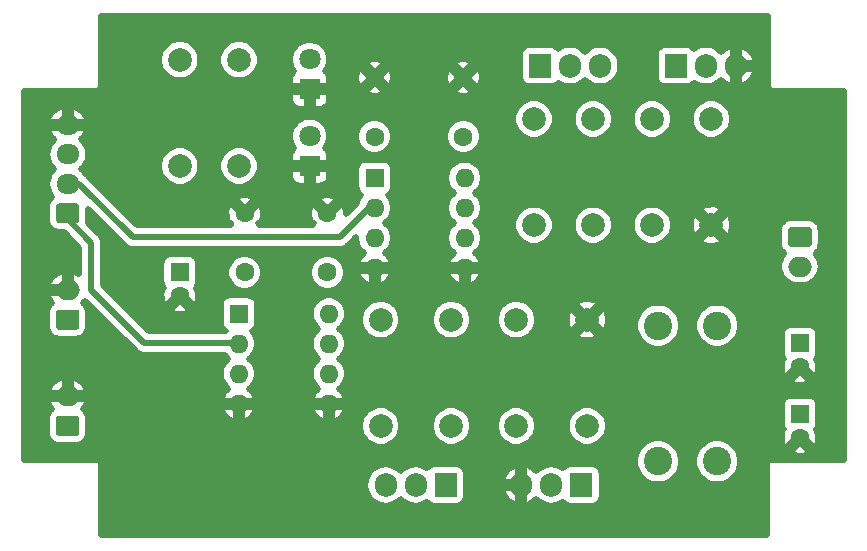
<source format=gbr>
G04 #@! TF.GenerationSoftware,KiCad,Pcbnew,5.1.10-88a1d61d58~90~ubuntu20.04.1*
G04 #@! TF.CreationDate,2022-01-16T22:24:50+00:00*
G04 #@! TF.ProjectId,driver,64726976-6572-42e6-9b69-6361645f7063,rev?*
G04 #@! TF.SameCoordinates,Original*
G04 #@! TF.FileFunction,Copper,L2,Bot*
G04 #@! TF.FilePolarity,Positive*
%FSLAX46Y46*%
G04 Gerber Fmt 4.6, Leading zero omitted, Abs format (unit mm)*
G04 Created by KiCad (PCBNEW 5.1.10-88a1d61d58~90~ubuntu20.04.1) date 2022-01-16 22:24:50*
%MOMM*%
%LPD*%
G01*
G04 APERTURE LIST*
G04 #@! TA.AperFunction,ComponentPad*
%ADD10O,2.000000X1.700000*%
G04 #@! TD*
G04 #@! TA.AperFunction,ComponentPad*
%ADD11O,1.600000X1.600000*%
G04 #@! TD*
G04 #@! TA.AperFunction,ComponentPad*
%ADD12R,1.600000X1.600000*%
G04 #@! TD*
G04 #@! TA.AperFunction,ComponentPad*
%ADD13C,2.000000*%
G04 #@! TD*
G04 #@! TA.AperFunction,ComponentPad*
%ADD14O,1.905000X2.000000*%
G04 #@! TD*
G04 #@! TA.AperFunction,ComponentPad*
%ADD15R,1.905000X2.000000*%
G04 #@! TD*
G04 #@! TA.AperFunction,ComponentPad*
%ADD16C,2.400000*%
G04 #@! TD*
G04 #@! TA.AperFunction,ComponentPad*
%ADD17O,1.950000X1.700000*%
G04 #@! TD*
G04 #@! TA.AperFunction,ComponentPad*
%ADD18C,1.800000*%
G04 #@! TD*
G04 #@! TA.AperFunction,ComponentPad*
%ADD19R,1.800000X1.800000*%
G04 #@! TD*
G04 #@! TA.AperFunction,ComponentPad*
%ADD20C,1.600000*%
G04 #@! TD*
G04 #@! TA.AperFunction,Conductor*
%ADD21C,0.500000*%
G04 #@! TD*
G04 #@! TA.AperFunction,Conductor*
%ADD22C,0.100000*%
G04 #@! TD*
G04 APERTURE END LIST*
D10*
X128500000Y-95000000D03*
G04 #@! TA.AperFunction,ComponentPad*
G36*
G01*
X129250000Y-98350000D02*
X127750000Y-98350000D01*
G75*
G02*
X127500000Y-98100000I0J250000D01*
G01*
X127500000Y-96900000D01*
G75*
G02*
X127750000Y-96650000I250000J0D01*
G01*
X129250000Y-96650000D01*
G75*
G02*
X129500000Y-96900000I0J-250000D01*
G01*
X129500000Y-98100000D01*
G75*
G02*
X129250000Y-98350000I-250000J0D01*
G01*
G37*
G04 #@! TD.AperFunction*
D11*
X162120000Y-85500000D03*
X154500000Y-93120000D03*
X162120000Y-88040000D03*
X154500000Y-90580000D03*
X162120000Y-90580000D03*
X154500000Y-88040000D03*
X162120000Y-93120000D03*
D12*
X154500000Y-85500000D03*
D11*
X150620000Y-97000000D03*
X143000000Y-104620000D03*
X150620000Y-99540000D03*
X143000000Y-102080000D03*
X150620000Y-102080000D03*
X143000000Y-99540000D03*
X150620000Y-104620000D03*
D12*
X143000000Y-97000000D03*
D13*
X138000000Y-84500000D03*
X138000000Y-75500000D03*
X143000000Y-75500000D03*
X143000000Y-84500000D03*
X183000000Y-80500000D03*
X183000000Y-89500000D03*
X172500000Y-106500000D03*
X172500000Y-97500000D03*
X178000000Y-80500000D03*
X178000000Y-89500000D03*
X166500000Y-106500000D03*
X166500000Y-97500000D03*
X168000000Y-80500000D03*
X168000000Y-89500000D03*
X161000000Y-106500000D03*
X161000000Y-97500000D03*
X173000000Y-89500000D03*
X173000000Y-80500000D03*
X155000000Y-106500000D03*
X155000000Y-97500000D03*
D14*
X185080000Y-76000000D03*
X182540000Y-76000000D03*
D15*
X180000000Y-76000000D03*
D14*
X166920000Y-111500000D03*
X169460000Y-111500000D03*
D15*
X172000000Y-111500000D03*
D14*
X173580000Y-76000000D03*
X171040000Y-76000000D03*
D15*
X168500000Y-76000000D03*
D14*
X155420000Y-111500000D03*
X157960000Y-111500000D03*
D15*
X160500000Y-111500000D03*
D16*
X183500000Y-98000000D03*
X178500000Y-98000000D03*
X183500000Y-109500000D03*
X178500000Y-109500000D03*
D10*
X190500000Y-93000000D03*
G04 #@! TA.AperFunction,ComponentPad*
G36*
G01*
X189750000Y-89650000D02*
X191250000Y-89650000D01*
G75*
G02*
X191500000Y-89900000I0J-250000D01*
G01*
X191500000Y-91100000D01*
G75*
G02*
X191250000Y-91350000I-250000J0D01*
G01*
X189750000Y-91350000D01*
G75*
G02*
X189500000Y-91100000I0J250000D01*
G01*
X189500000Y-89900000D01*
G75*
G02*
X189750000Y-89650000I250000J0D01*
G01*
G37*
G04 #@! TD.AperFunction*
D17*
X128500000Y-81000000D03*
X128500000Y-83500000D03*
X128500000Y-86000000D03*
G04 #@! TA.AperFunction,ComponentPad*
G36*
G01*
X129225000Y-89350000D02*
X127775000Y-89350000D01*
G75*
G02*
X127525000Y-89100000I0J250000D01*
G01*
X127525000Y-87900000D01*
G75*
G02*
X127775000Y-87650000I250000J0D01*
G01*
X129225000Y-87650000D01*
G75*
G02*
X129475000Y-87900000I0J-250000D01*
G01*
X129475000Y-89100000D01*
G75*
G02*
X129225000Y-89350000I-250000J0D01*
G01*
G37*
G04 #@! TD.AperFunction*
D10*
X128500000Y-104000000D03*
G04 #@! TA.AperFunction,ComponentPad*
G36*
G01*
X129250000Y-107350000D02*
X127750000Y-107350000D01*
G75*
G02*
X127500000Y-107100000I0J250000D01*
G01*
X127500000Y-105900000D01*
G75*
G02*
X127750000Y-105650000I250000J0D01*
G01*
X129250000Y-105650000D01*
G75*
G02*
X129500000Y-105900000I0J-250000D01*
G01*
X129500000Y-107100000D01*
G75*
G02*
X129250000Y-107350000I-250000J0D01*
G01*
G37*
G04 #@! TD.AperFunction*
D18*
X149000000Y-81960000D03*
D19*
X149000000Y-84500000D03*
D18*
X149000000Y-75460000D03*
D19*
X149000000Y-78000000D03*
D20*
X154500000Y-77000000D03*
X154500000Y-82000000D03*
X150500000Y-88500000D03*
X150500000Y-93500000D03*
X190500000Y-101500000D03*
D12*
X190500000Y-99500000D03*
D20*
X190500000Y-107500000D03*
D12*
X190500000Y-105500000D03*
D20*
X162000000Y-77000000D03*
X162000000Y-82000000D03*
X143500000Y-88500000D03*
X143500000Y-93500000D03*
D12*
X138000000Y-93500000D03*
D20*
X138000000Y-95500000D03*
D21*
X154020000Y-88040000D02*
X154500000Y-88040000D01*
X151560000Y-90500000D02*
X154020000Y-88040000D01*
X129500000Y-86000000D02*
X134000000Y-90500000D01*
X134000000Y-90500000D02*
X151560000Y-90500000D01*
X128500000Y-86000000D02*
X129500000Y-86000000D01*
X128500000Y-89000000D02*
X128500000Y-88500000D01*
X130500000Y-91000000D02*
X128500000Y-89000000D01*
X135000000Y-99500000D02*
X130500000Y-95000000D01*
X130500000Y-95000000D02*
X130500000Y-91000000D01*
X142960000Y-99500000D02*
X135000000Y-99500000D01*
X143000000Y-99540000D02*
X142960000Y-99500000D01*
X187837000Y-77851000D02*
X187841804Y-77899773D01*
X187856030Y-77946671D01*
X187879133Y-77989893D01*
X187910223Y-78027777D01*
X187948107Y-78058867D01*
X187991329Y-78081970D01*
X188038227Y-78096196D01*
X188087000Y-78101000D01*
X194225000Y-78101000D01*
X194225001Y-109351000D01*
X187960000Y-109351000D01*
X187911227Y-109355804D01*
X187864329Y-109370030D01*
X187821107Y-109393133D01*
X187783223Y-109424223D01*
X187752133Y-109462107D01*
X187729030Y-109505329D01*
X187714804Y-109552227D01*
X187710000Y-109601000D01*
X187710000Y-115725000D01*
X131314000Y-115725000D01*
X131314000Y-111368868D01*
X153717500Y-111368868D01*
X153717500Y-111631131D01*
X153742134Y-111881247D01*
X153839485Y-112202170D01*
X153997574Y-112497934D01*
X154210326Y-112757174D01*
X154469565Y-112969926D01*
X154765329Y-113128015D01*
X155086252Y-113225366D01*
X155420000Y-113258237D01*
X155753747Y-113225366D01*
X156074670Y-113128015D01*
X156370434Y-112969926D01*
X156629674Y-112757174D01*
X156690000Y-112683666D01*
X156750326Y-112757174D01*
X157009565Y-112969926D01*
X157305329Y-113128015D01*
X157626252Y-113225366D01*
X157960000Y-113258237D01*
X158293747Y-113225366D01*
X158614670Y-113128015D01*
X158910434Y-112969926D01*
X158941801Y-112944184D01*
X159014605Y-113032895D01*
X159128807Y-113126619D01*
X159259099Y-113196261D01*
X159400474Y-113239147D01*
X159547500Y-113253628D01*
X161452500Y-113253628D01*
X161599526Y-113239147D01*
X161740901Y-113196261D01*
X161871193Y-113126619D01*
X161985395Y-113032895D01*
X162079119Y-112918693D01*
X162148761Y-112788401D01*
X162191647Y-112647026D01*
X162206128Y-112500000D01*
X162206128Y-112011501D01*
X165284882Y-112011501D01*
X165406822Y-112321581D01*
X165586913Y-112601914D01*
X165818234Y-112841726D01*
X166091895Y-113031802D01*
X166397380Y-113164837D01*
X166409635Y-113171703D01*
X166670000Y-113041731D01*
X166670000Y-111750000D01*
X165419927Y-111750000D01*
X165284882Y-112011501D01*
X162206128Y-112011501D01*
X162206128Y-110988499D01*
X165284882Y-110988499D01*
X165419927Y-111250000D01*
X166670000Y-111250000D01*
X166670000Y-109958269D01*
X167170000Y-109958269D01*
X167170000Y-111250000D01*
X167190000Y-111250000D01*
X167190000Y-111750000D01*
X167170000Y-111750000D01*
X167170000Y-113041731D01*
X167430365Y-113171703D01*
X167442620Y-113164837D01*
X167748105Y-113031802D01*
X168021766Y-112841726D01*
X168182750Y-112674832D01*
X168250326Y-112757174D01*
X168509565Y-112969926D01*
X168805329Y-113128015D01*
X169126252Y-113225366D01*
X169460000Y-113258237D01*
X169793747Y-113225366D01*
X170114670Y-113128015D01*
X170410434Y-112969926D01*
X170441801Y-112944184D01*
X170514605Y-113032895D01*
X170628807Y-113126619D01*
X170759099Y-113196261D01*
X170900474Y-113239147D01*
X171047500Y-113253628D01*
X172952500Y-113253628D01*
X173099526Y-113239147D01*
X173240901Y-113196261D01*
X173371193Y-113126619D01*
X173485395Y-113032895D01*
X173579119Y-112918693D01*
X173648761Y-112788401D01*
X173691647Y-112647026D01*
X173706128Y-112500000D01*
X173706128Y-110500000D01*
X173691647Y-110352974D01*
X173648761Y-110211599D01*
X173579119Y-110081307D01*
X173485395Y-109967105D01*
X173371193Y-109873381D01*
X173240901Y-109803739D01*
X173099526Y-109760853D01*
X172952500Y-109746372D01*
X171047500Y-109746372D01*
X170900474Y-109760853D01*
X170759099Y-109803739D01*
X170628807Y-109873381D01*
X170514605Y-109967105D01*
X170441801Y-110055816D01*
X170410435Y-110030074D01*
X170114671Y-109871985D01*
X169793748Y-109774634D01*
X169460000Y-109741763D01*
X169126253Y-109774634D01*
X168805330Y-109871985D01*
X168509566Y-110030074D01*
X168250326Y-110242826D01*
X168182750Y-110325167D01*
X168021766Y-110158274D01*
X167748105Y-109968198D01*
X167442620Y-109835163D01*
X167430365Y-109828297D01*
X167170000Y-109958269D01*
X166670000Y-109958269D01*
X166409635Y-109828297D01*
X166397380Y-109835163D01*
X166091895Y-109968198D01*
X165818234Y-110158274D01*
X165586913Y-110398086D01*
X165406822Y-110678419D01*
X165284882Y-110988499D01*
X162206128Y-110988499D01*
X162206128Y-110500000D01*
X162191647Y-110352974D01*
X162148761Y-110211599D01*
X162079119Y-110081307D01*
X161985395Y-109967105D01*
X161871193Y-109873381D01*
X161740901Y-109803739D01*
X161599526Y-109760853D01*
X161452500Y-109746372D01*
X159547500Y-109746372D01*
X159400474Y-109760853D01*
X159259099Y-109803739D01*
X159128807Y-109873381D01*
X159014605Y-109967105D01*
X158941801Y-110055816D01*
X158910435Y-110030074D01*
X158614671Y-109871985D01*
X158293748Y-109774634D01*
X157960000Y-109741763D01*
X157626253Y-109774634D01*
X157305330Y-109871985D01*
X157009566Y-110030074D01*
X156750326Y-110242826D01*
X156690000Y-110316334D01*
X156629674Y-110242826D01*
X156370435Y-110030074D01*
X156074671Y-109871985D01*
X155753748Y-109774634D01*
X155420000Y-109741763D01*
X155086253Y-109774634D01*
X154765330Y-109871985D01*
X154469566Y-110030074D01*
X154210326Y-110242826D01*
X153997574Y-110502065D01*
X153839485Y-110797829D01*
X153742134Y-111118752D01*
X153717500Y-111368868D01*
X131314000Y-111368868D01*
X131314000Y-109601000D01*
X131309196Y-109552227D01*
X131294970Y-109505329D01*
X131271867Y-109462107D01*
X131240777Y-109424223D01*
X131202893Y-109393133D01*
X131159671Y-109370030D01*
X131112773Y-109355804D01*
X131064000Y-109351000D01*
X124775000Y-109351000D01*
X124775000Y-109307942D01*
X176550000Y-109307942D01*
X176550000Y-109692058D01*
X176624938Y-110068794D01*
X176771933Y-110423671D01*
X176985336Y-110743052D01*
X177256948Y-111014664D01*
X177576329Y-111228067D01*
X177931206Y-111375062D01*
X178307942Y-111450000D01*
X178692058Y-111450000D01*
X179068794Y-111375062D01*
X179423671Y-111228067D01*
X179743052Y-111014664D01*
X180014664Y-110743052D01*
X180228067Y-110423671D01*
X180375062Y-110068794D01*
X180450000Y-109692058D01*
X180450000Y-109307942D01*
X181550000Y-109307942D01*
X181550000Y-109692058D01*
X181624938Y-110068794D01*
X181771933Y-110423671D01*
X181985336Y-110743052D01*
X182256948Y-111014664D01*
X182576329Y-111228067D01*
X182931206Y-111375062D01*
X183307942Y-111450000D01*
X183692058Y-111450000D01*
X184068794Y-111375062D01*
X184423671Y-111228067D01*
X184743052Y-111014664D01*
X185014664Y-110743052D01*
X185228067Y-110423671D01*
X185375062Y-110068794D01*
X185450000Y-109692058D01*
X185450000Y-109307942D01*
X185375062Y-108931206D01*
X185249987Y-108629247D01*
X189724306Y-108629247D01*
X189798649Y-108890653D01*
X190083429Y-109000758D01*
X190384216Y-109053190D01*
X190689454Y-109045935D01*
X190987411Y-108979270D01*
X191201351Y-108890653D01*
X191275694Y-108629247D01*
X190500000Y-107853553D01*
X189724306Y-108629247D01*
X185249987Y-108629247D01*
X185228067Y-108576329D01*
X185014664Y-108256948D01*
X184743052Y-107985336D01*
X184423671Y-107771933D01*
X184068794Y-107624938D01*
X183692058Y-107550000D01*
X183307942Y-107550000D01*
X182931206Y-107624938D01*
X182576329Y-107771933D01*
X182256948Y-107985336D01*
X181985336Y-108256948D01*
X181771933Y-108576329D01*
X181624938Y-108931206D01*
X181550000Y-109307942D01*
X180450000Y-109307942D01*
X180375062Y-108931206D01*
X180228067Y-108576329D01*
X180014664Y-108256948D01*
X179743052Y-107985336D01*
X179423671Y-107771933D01*
X179068794Y-107624938D01*
X178692058Y-107550000D01*
X178307942Y-107550000D01*
X177931206Y-107624938D01*
X177576329Y-107771933D01*
X177256948Y-107985336D01*
X176985336Y-108256948D01*
X176771933Y-108576329D01*
X176624938Y-108931206D01*
X176550000Y-109307942D01*
X124775000Y-109307942D01*
X124775000Y-105900000D01*
X126746372Y-105900000D01*
X126746372Y-107100000D01*
X126765656Y-107295798D01*
X126822769Y-107484072D01*
X126915514Y-107657586D01*
X127040328Y-107809672D01*
X127192414Y-107934486D01*
X127365928Y-108027231D01*
X127554202Y-108084344D01*
X127750000Y-108103628D01*
X129250000Y-108103628D01*
X129445798Y-108084344D01*
X129634072Y-108027231D01*
X129807586Y-107934486D01*
X129959672Y-107809672D01*
X130084486Y-107657586D01*
X130177231Y-107484072D01*
X130234344Y-107295798D01*
X130253628Y-107100000D01*
X130253628Y-106327640D01*
X153250000Y-106327640D01*
X153250000Y-106672360D01*
X153317251Y-107010456D01*
X153449170Y-107328936D01*
X153640686Y-107615560D01*
X153884440Y-107859314D01*
X154171064Y-108050830D01*
X154489544Y-108182749D01*
X154827640Y-108250000D01*
X155172360Y-108250000D01*
X155510456Y-108182749D01*
X155828936Y-108050830D01*
X156115560Y-107859314D01*
X156359314Y-107615560D01*
X156550830Y-107328936D01*
X156682749Y-107010456D01*
X156750000Y-106672360D01*
X156750000Y-106327640D01*
X159250000Y-106327640D01*
X159250000Y-106672360D01*
X159317251Y-107010456D01*
X159449170Y-107328936D01*
X159640686Y-107615560D01*
X159884440Y-107859314D01*
X160171064Y-108050830D01*
X160489544Y-108182749D01*
X160827640Y-108250000D01*
X161172360Y-108250000D01*
X161510456Y-108182749D01*
X161828936Y-108050830D01*
X162115560Y-107859314D01*
X162359314Y-107615560D01*
X162550830Y-107328936D01*
X162682749Y-107010456D01*
X162750000Y-106672360D01*
X162750000Y-106327640D01*
X164750000Y-106327640D01*
X164750000Y-106672360D01*
X164817251Y-107010456D01*
X164949170Y-107328936D01*
X165140686Y-107615560D01*
X165384440Y-107859314D01*
X165671064Y-108050830D01*
X165989544Y-108182749D01*
X166327640Y-108250000D01*
X166672360Y-108250000D01*
X167010456Y-108182749D01*
X167328936Y-108050830D01*
X167615560Y-107859314D01*
X167859314Y-107615560D01*
X168050830Y-107328936D01*
X168182749Y-107010456D01*
X168250000Y-106672360D01*
X168250000Y-106327640D01*
X170750000Y-106327640D01*
X170750000Y-106672360D01*
X170817251Y-107010456D01*
X170949170Y-107328936D01*
X171140686Y-107615560D01*
X171384440Y-107859314D01*
X171671064Y-108050830D01*
X171989544Y-108182749D01*
X172327640Y-108250000D01*
X172672360Y-108250000D01*
X173010456Y-108182749D01*
X173328936Y-108050830D01*
X173615560Y-107859314D01*
X173859314Y-107615560D01*
X174050830Y-107328936D01*
X174182749Y-107010456D01*
X174250000Y-106672360D01*
X174250000Y-106327640D01*
X174182749Y-105989544D01*
X174050830Y-105671064D01*
X173859314Y-105384440D01*
X173615560Y-105140686D01*
X173328936Y-104949170D01*
X173010456Y-104817251D01*
X172672360Y-104750000D01*
X172327640Y-104750000D01*
X171989544Y-104817251D01*
X171671064Y-104949170D01*
X171384440Y-105140686D01*
X171140686Y-105384440D01*
X170949170Y-105671064D01*
X170817251Y-105989544D01*
X170750000Y-106327640D01*
X168250000Y-106327640D01*
X168182749Y-105989544D01*
X168050830Y-105671064D01*
X167859314Y-105384440D01*
X167615560Y-105140686D01*
X167328936Y-104949170D01*
X167010456Y-104817251D01*
X166672360Y-104750000D01*
X166327640Y-104750000D01*
X165989544Y-104817251D01*
X165671064Y-104949170D01*
X165384440Y-105140686D01*
X165140686Y-105384440D01*
X164949170Y-105671064D01*
X164817251Y-105989544D01*
X164750000Y-106327640D01*
X162750000Y-106327640D01*
X162682749Y-105989544D01*
X162550830Y-105671064D01*
X162359314Y-105384440D01*
X162115560Y-105140686D01*
X161828936Y-104949170D01*
X161510456Y-104817251D01*
X161172360Y-104750000D01*
X160827640Y-104750000D01*
X160489544Y-104817251D01*
X160171064Y-104949170D01*
X159884440Y-105140686D01*
X159640686Y-105384440D01*
X159449170Y-105671064D01*
X159317251Y-105989544D01*
X159250000Y-106327640D01*
X156750000Y-106327640D01*
X156682749Y-105989544D01*
X156550830Y-105671064D01*
X156359314Y-105384440D01*
X156115560Y-105140686D01*
X155828936Y-104949170D01*
X155510456Y-104817251D01*
X155172360Y-104750000D01*
X154827640Y-104750000D01*
X154489544Y-104817251D01*
X154171064Y-104949170D01*
X153884440Y-105140686D01*
X153640686Y-105384440D01*
X153449170Y-105671064D01*
X153317251Y-105989544D01*
X153250000Y-106327640D01*
X130253628Y-106327640D01*
X130253628Y-105900000D01*
X130234344Y-105704202D01*
X130177231Y-105515928D01*
X130084486Y-105342414D01*
X129959672Y-105190328D01*
X129857189Y-105106221D01*
X141528236Y-105106221D01*
X141615489Y-105316890D01*
X141778048Y-105573604D01*
X141987566Y-105793672D01*
X142235992Y-105968636D01*
X142513778Y-106091773D01*
X142750000Y-105962215D01*
X142750000Y-104870000D01*
X143250000Y-104870000D01*
X143250000Y-105962215D01*
X143486222Y-106091773D01*
X143764008Y-105968636D01*
X144012434Y-105793672D01*
X144221952Y-105573604D01*
X144384511Y-105316890D01*
X144471764Y-105106221D01*
X149148236Y-105106221D01*
X149235489Y-105316890D01*
X149398048Y-105573604D01*
X149607566Y-105793672D01*
X149855992Y-105968636D01*
X150133778Y-106091773D01*
X150370000Y-105962215D01*
X150370000Y-104870000D01*
X150870000Y-104870000D01*
X150870000Y-105962215D01*
X151106222Y-106091773D01*
X151384008Y-105968636D01*
X151632434Y-105793672D01*
X151841952Y-105573604D01*
X152004511Y-105316890D01*
X152091764Y-105106221D01*
X151959368Y-104870000D01*
X150870000Y-104870000D01*
X150370000Y-104870000D01*
X149280632Y-104870000D01*
X149148236Y-105106221D01*
X144471764Y-105106221D01*
X144339368Y-104870000D01*
X143250000Y-104870000D01*
X142750000Y-104870000D01*
X141660632Y-104870000D01*
X141528236Y-105106221D01*
X129857189Y-105106221D01*
X129822566Y-105077807D01*
X129996873Y-104854954D01*
X130075081Y-104700000D01*
X188946372Y-104700000D01*
X188946372Y-106300000D01*
X188960853Y-106447026D01*
X189003739Y-106588401D01*
X189073381Y-106718693D01*
X189133388Y-106791812D01*
X189109347Y-106798649D01*
X188999242Y-107083429D01*
X188946810Y-107384216D01*
X188954065Y-107689454D01*
X189020730Y-107987411D01*
X189109347Y-108201351D01*
X189370753Y-108275694D01*
X190146447Y-107500000D01*
X190132305Y-107485858D01*
X190485858Y-107132305D01*
X190500000Y-107146447D01*
X190514143Y-107132305D01*
X190867696Y-107485858D01*
X190853553Y-107500000D01*
X191629247Y-108275694D01*
X191890653Y-108201351D01*
X192000758Y-107916571D01*
X192053190Y-107615784D01*
X192045935Y-107310546D01*
X191979270Y-107012589D01*
X191890653Y-106798649D01*
X191866612Y-106791812D01*
X191926619Y-106718693D01*
X191996261Y-106588401D01*
X192039147Y-106447026D01*
X192053628Y-106300000D01*
X192053628Y-104700000D01*
X192039147Y-104552974D01*
X191996261Y-104411599D01*
X191926619Y-104281307D01*
X191832895Y-104167105D01*
X191718693Y-104073381D01*
X191588401Y-104003739D01*
X191447026Y-103960853D01*
X191300000Y-103946372D01*
X189700000Y-103946372D01*
X189552974Y-103960853D01*
X189411599Y-104003739D01*
X189281307Y-104073381D01*
X189167105Y-104167105D01*
X189073381Y-104281307D01*
X189003739Y-104411599D01*
X188960853Y-104552974D01*
X188946372Y-104700000D01*
X130075081Y-104700000D01*
X130137786Y-104575764D01*
X130171783Y-104494143D01*
X130040200Y-104250000D01*
X128750000Y-104250000D01*
X128750000Y-104270000D01*
X128250000Y-104270000D01*
X128250000Y-104250000D01*
X126959800Y-104250000D01*
X126828217Y-104494143D01*
X126862214Y-104575764D01*
X127003127Y-104854954D01*
X127177434Y-105077807D01*
X127040328Y-105190328D01*
X126915514Y-105342414D01*
X126822769Y-105515928D01*
X126765656Y-105704202D01*
X126746372Y-105900000D01*
X124775000Y-105900000D01*
X124775000Y-103505857D01*
X126828217Y-103505857D01*
X126959800Y-103750000D01*
X128250000Y-103750000D01*
X128250000Y-102595328D01*
X128750000Y-102595328D01*
X128750000Y-103750000D01*
X130040200Y-103750000D01*
X130171783Y-103505857D01*
X130137786Y-103424236D01*
X129996873Y-103145046D01*
X129804200Y-102898712D01*
X129567172Y-102694700D01*
X129294897Y-102540850D01*
X128997839Y-102443074D01*
X128750000Y-102595328D01*
X128250000Y-102595328D01*
X128002161Y-102443074D01*
X127705103Y-102540850D01*
X127432828Y-102694700D01*
X127195800Y-102898712D01*
X127003127Y-103145046D01*
X126862214Y-103424236D01*
X126828217Y-103505857D01*
X124775000Y-103505857D01*
X124775000Y-96900000D01*
X126746372Y-96900000D01*
X126746372Y-98100000D01*
X126765656Y-98295798D01*
X126822769Y-98484072D01*
X126915514Y-98657586D01*
X127040328Y-98809672D01*
X127192414Y-98934486D01*
X127365928Y-99027231D01*
X127554202Y-99084344D01*
X127750000Y-99103628D01*
X129250000Y-99103628D01*
X129445798Y-99084344D01*
X129634072Y-99027231D01*
X129807586Y-98934486D01*
X129959672Y-98809672D01*
X130084486Y-98657586D01*
X130177231Y-98484072D01*
X130234344Y-98295798D01*
X130253628Y-98100000D01*
X130253628Y-96900000D01*
X130234344Y-96704202D01*
X130177231Y-96515928D01*
X130084486Y-96342414D01*
X129959672Y-96190328D01*
X129822566Y-96077807D01*
X129972238Y-95886450D01*
X134258155Y-100172368D01*
X134289472Y-100210528D01*
X134441742Y-100335492D01*
X134615465Y-100428349D01*
X134803965Y-100485530D01*
X134999999Y-100504838D01*
X135049119Y-100500000D01*
X141777282Y-100500000D01*
X141796036Y-100528068D01*
X142011932Y-100743964D01*
X142110763Y-100810000D01*
X142011932Y-100876036D01*
X141796036Y-101091932D01*
X141626408Y-101345800D01*
X141509565Y-101627882D01*
X141450000Y-101927338D01*
X141450000Y-102232662D01*
X141509565Y-102532118D01*
X141626408Y-102814200D01*
X141796036Y-103068068D01*
X142011932Y-103283964D01*
X142117729Y-103354655D01*
X141987566Y-103446328D01*
X141778048Y-103666396D01*
X141615489Y-103923110D01*
X141528236Y-104133779D01*
X141660632Y-104370000D01*
X142750000Y-104370000D01*
X142750000Y-104350000D01*
X143250000Y-104350000D01*
X143250000Y-104370000D01*
X144339368Y-104370000D01*
X144471764Y-104133779D01*
X144384511Y-103923110D01*
X144221952Y-103666396D01*
X144012434Y-103446328D01*
X143882271Y-103354655D01*
X143988068Y-103283964D01*
X144203964Y-103068068D01*
X144373592Y-102814200D01*
X144490435Y-102532118D01*
X144550000Y-102232662D01*
X144550000Y-101927338D01*
X144490435Y-101627882D01*
X144373592Y-101345800D01*
X144203964Y-101091932D01*
X143988068Y-100876036D01*
X143889237Y-100810000D01*
X143988068Y-100743964D01*
X144203964Y-100528068D01*
X144373592Y-100274200D01*
X144490435Y-99992118D01*
X144550000Y-99692662D01*
X144550000Y-99387338D01*
X144490435Y-99087882D01*
X144373592Y-98805800D01*
X144203964Y-98551932D01*
X144127431Y-98475399D01*
X144218693Y-98426619D01*
X144332895Y-98332895D01*
X144426619Y-98218693D01*
X144496261Y-98088401D01*
X144539147Y-97947026D01*
X144553628Y-97800000D01*
X144553628Y-96847338D01*
X149070000Y-96847338D01*
X149070000Y-97152662D01*
X149129565Y-97452118D01*
X149246408Y-97734200D01*
X149416036Y-97988068D01*
X149631932Y-98203964D01*
X149730763Y-98270000D01*
X149631932Y-98336036D01*
X149416036Y-98551932D01*
X149246408Y-98805800D01*
X149129565Y-99087882D01*
X149070000Y-99387338D01*
X149070000Y-99692662D01*
X149129565Y-99992118D01*
X149246408Y-100274200D01*
X149416036Y-100528068D01*
X149631932Y-100743964D01*
X149730763Y-100810000D01*
X149631932Y-100876036D01*
X149416036Y-101091932D01*
X149246408Y-101345800D01*
X149129565Y-101627882D01*
X149070000Y-101927338D01*
X149070000Y-102232662D01*
X149129565Y-102532118D01*
X149246408Y-102814200D01*
X149416036Y-103068068D01*
X149631932Y-103283964D01*
X149737729Y-103354655D01*
X149607566Y-103446328D01*
X149398048Y-103666396D01*
X149235489Y-103923110D01*
X149148236Y-104133779D01*
X149280632Y-104370000D01*
X150370000Y-104370000D01*
X150370000Y-104350000D01*
X150870000Y-104350000D01*
X150870000Y-104370000D01*
X151959368Y-104370000D01*
X152091764Y-104133779D01*
X152004511Y-103923110D01*
X151841952Y-103666396D01*
X151632434Y-103446328D01*
X151502271Y-103354655D01*
X151608068Y-103283964D01*
X151823964Y-103068068D01*
X151993592Y-102814200D01*
X152070202Y-102629247D01*
X189724306Y-102629247D01*
X189798649Y-102890653D01*
X190083429Y-103000758D01*
X190384216Y-103053190D01*
X190689454Y-103045935D01*
X190987411Y-102979270D01*
X191201351Y-102890653D01*
X191275694Y-102629247D01*
X190500000Y-101853553D01*
X189724306Y-102629247D01*
X152070202Y-102629247D01*
X152110435Y-102532118D01*
X152170000Y-102232662D01*
X152170000Y-101927338D01*
X152110435Y-101627882D01*
X151993592Y-101345800D01*
X151823964Y-101091932D01*
X151608068Y-100876036D01*
X151509237Y-100810000D01*
X151608068Y-100743964D01*
X151823964Y-100528068D01*
X151993592Y-100274200D01*
X152110435Y-99992118D01*
X152170000Y-99692662D01*
X152170000Y-99387338D01*
X152110435Y-99087882D01*
X151993592Y-98805800D01*
X151823964Y-98551932D01*
X151608068Y-98336036D01*
X151509237Y-98270000D01*
X151608068Y-98203964D01*
X151823964Y-97988068D01*
X151993592Y-97734200D01*
X152110435Y-97452118D01*
X152135195Y-97327640D01*
X153250000Y-97327640D01*
X153250000Y-97672360D01*
X153317251Y-98010456D01*
X153449170Y-98328936D01*
X153640686Y-98615560D01*
X153884440Y-98859314D01*
X154171064Y-99050830D01*
X154489544Y-99182749D01*
X154827640Y-99250000D01*
X155172360Y-99250000D01*
X155510456Y-99182749D01*
X155828936Y-99050830D01*
X156115560Y-98859314D01*
X156359314Y-98615560D01*
X156550830Y-98328936D01*
X156682749Y-98010456D01*
X156750000Y-97672360D01*
X156750000Y-97327640D01*
X159250000Y-97327640D01*
X159250000Y-97672360D01*
X159317251Y-98010456D01*
X159449170Y-98328936D01*
X159640686Y-98615560D01*
X159884440Y-98859314D01*
X160171064Y-99050830D01*
X160489544Y-99182749D01*
X160827640Y-99250000D01*
X161172360Y-99250000D01*
X161510456Y-99182749D01*
X161828936Y-99050830D01*
X162115560Y-98859314D01*
X162359314Y-98615560D01*
X162550830Y-98328936D01*
X162682749Y-98010456D01*
X162750000Y-97672360D01*
X162750000Y-97327640D01*
X164750000Y-97327640D01*
X164750000Y-97672360D01*
X164817251Y-98010456D01*
X164949170Y-98328936D01*
X165140686Y-98615560D01*
X165384440Y-98859314D01*
X165671064Y-99050830D01*
X165989544Y-99182749D01*
X166327640Y-99250000D01*
X166672360Y-99250000D01*
X167010456Y-99182749D01*
X167328936Y-99050830D01*
X167615560Y-98859314D01*
X167701411Y-98773463D01*
X171580091Y-98773463D01*
X171679152Y-99055127D01*
X171998313Y-99185385D01*
X172336755Y-99250875D01*
X172681470Y-99249080D01*
X173019212Y-99180068D01*
X173320848Y-99055127D01*
X173419909Y-98773463D01*
X172500000Y-97853553D01*
X171580091Y-98773463D01*
X167701411Y-98773463D01*
X167859314Y-98615560D01*
X168050830Y-98328936D01*
X168182749Y-98010456D01*
X168250000Y-97672360D01*
X168250000Y-97336755D01*
X170749125Y-97336755D01*
X170750920Y-97681470D01*
X170819932Y-98019212D01*
X170944873Y-98320848D01*
X171226537Y-98419909D01*
X172146447Y-97500000D01*
X172853553Y-97500000D01*
X173773463Y-98419909D01*
X174055127Y-98320848D01*
X174185385Y-98001687D01*
X174222875Y-97807942D01*
X176550000Y-97807942D01*
X176550000Y-98192058D01*
X176624938Y-98568794D01*
X176771933Y-98923671D01*
X176985336Y-99243052D01*
X177256948Y-99514664D01*
X177576329Y-99728067D01*
X177931206Y-99875062D01*
X178307942Y-99950000D01*
X178692058Y-99950000D01*
X179068794Y-99875062D01*
X179423671Y-99728067D01*
X179743052Y-99514664D01*
X180014664Y-99243052D01*
X180228067Y-98923671D01*
X180375062Y-98568794D01*
X180450000Y-98192058D01*
X180450000Y-97807942D01*
X181550000Y-97807942D01*
X181550000Y-98192058D01*
X181624938Y-98568794D01*
X181771933Y-98923671D01*
X181985336Y-99243052D01*
X182256948Y-99514664D01*
X182576329Y-99728067D01*
X182931206Y-99875062D01*
X183307942Y-99950000D01*
X183692058Y-99950000D01*
X184068794Y-99875062D01*
X184423671Y-99728067D01*
X184743052Y-99514664D01*
X185014664Y-99243052D01*
X185228067Y-98923671D01*
X185320714Y-98700000D01*
X188946372Y-98700000D01*
X188946372Y-100300000D01*
X188960853Y-100447026D01*
X189003739Y-100588401D01*
X189073381Y-100718693D01*
X189133388Y-100791812D01*
X189109347Y-100798649D01*
X188999242Y-101083429D01*
X188946810Y-101384216D01*
X188954065Y-101689454D01*
X189020730Y-101987411D01*
X189109347Y-102201351D01*
X189370753Y-102275694D01*
X190146447Y-101500000D01*
X190132305Y-101485858D01*
X190485858Y-101132305D01*
X190500000Y-101146447D01*
X190514143Y-101132305D01*
X190867696Y-101485858D01*
X190853553Y-101500000D01*
X191629247Y-102275694D01*
X191890653Y-102201351D01*
X192000758Y-101916571D01*
X192053190Y-101615784D01*
X192045935Y-101310546D01*
X191979270Y-101012589D01*
X191890653Y-100798649D01*
X191866612Y-100791812D01*
X191926619Y-100718693D01*
X191996261Y-100588401D01*
X192039147Y-100447026D01*
X192053628Y-100300000D01*
X192053628Y-98700000D01*
X192039147Y-98552974D01*
X191996261Y-98411599D01*
X191926619Y-98281307D01*
X191832895Y-98167105D01*
X191718693Y-98073381D01*
X191588401Y-98003739D01*
X191447026Y-97960853D01*
X191300000Y-97946372D01*
X189700000Y-97946372D01*
X189552974Y-97960853D01*
X189411599Y-98003739D01*
X189281307Y-98073381D01*
X189167105Y-98167105D01*
X189073381Y-98281307D01*
X189003739Y-98411599D01*
X188960853Y-98552974D01*
X188946372Y-98700000D01*
X185320714Y-98700000D01*
X185375062Y-98568794D01*
X185450000Y-98192058D01*
X185450000Y-97807942D01*
X185375062Y-97431206D01*
X185228067Y-97076329D01*
X185014664Y-96756948D01*
X184743052Y-96485336D01*
X184423671Y-96271933D01*
X184068794Y-96124938D01*
X183692058Y-96050000D01*
X183307942Y-96050000D01*
X182931206Y-96124938D01*
X182576329Y-96271933D01*
X182256948Y-96485336D01*
X181985336Y-96756948D01*
X181771933Y-97076329D01*
X181624938Y-97431206D01*
X181550000Y-97807942D01*
X180450000Y-97807942D01*
X180375062Y-97431206D01*
X180228067Y-97076329D01*
X180014664Y-96756948D01*
X179743052Y-96485336D01*
X179423671Y-96271933D01*
X179068794Y-96124938D01*
X178692058Y-96050000D01*
X178307942Y-96050000D01*
X177931206Y-96124938D01*
X177576329Y-96271933D01*
X177256948Y-96485336D01*
X176985336Y-96756948D01*
X176771933Y-97076329D01*
X176624938Y-97431206D01*
X176550000Y-97807942D01*
X174222875Y-97807942D01*
X174250875Y-97663245D01*
X174249080Y-97318530D01*
X174180068Y-96980788D01*
X174055127Y-96679152D01*
X173773463Y-96580091D01*
X172853553Y-97500000D01*
X172146447Y-97500000D01*
X171226537Y-96580091D01*
X170944873Y-96679152D01*
X170814615Y-96998313D01*
X170749125Y-97336755D01*
X168250000Y-97336755D01*
X168250000Y-97327640D01*
X168182749Y-96989544D01*
X168050830Y-96671064D01*
X167859314Y-96384440D01*
X167701411Y-96226537D01*
X171580091Y-96226537D01*
X172500000Y-97146447D01*
X173419909Y-96226537D01*
X173320848Y-95944873D01*
X173001687Y-95814615D01*
X172663245Y-95749125D01*
X172318530Y-95750920D01*
X171980788Y-95819932D01*
X171679152Y-95944873D01*
X171580091Y-96226537D01*
X167701411Y-96226537D01*
X167615560Y-96140686D01*
X167328936Y-95949170D01*
X167010456Y-95817251D01*
X166672360Y-95750000D01*
X166327640Y-95750000D01*
X165989544Y-95817251D01*
X165671064Y-95949170D01*
X165384440Y-96140686D01*
X165140686Y-96384440D01*
X164949170Y-96671064D01*
X164817251Y-96989544D01*
X164750000Y-97327640D01*
X162750000Y-97327640D01*
X162682749Y-96989544D01*
X162550830Y-96671064D01*
X162359314Y-96384440D01*
X162115560Y-96140686D01*
X161828936Y-95949170D01*
X161510456Y-95817251D01*
X161172360Y-95750000D01*
X160827640Y-95750000D01*
X160489544Y-95817251D01*
X160171064Y-95949170D01*
X159884440Y-96140686D01*
X159640686Y-96384440D01*
X159449170Y-96671064D01*
X159317251Y-96989544D01*
X159250000Y-97327640D01*
X156750000Y-97327640D01*
X156682749Y-96989544D01*
X156550830Y-96671064D01*
X156359314Y-96384440D01*
X156115560Y-96140686D01*
X155828936Y-95949170D01*
X155510456Y-95817251D01*
X155172360Y-95750000D01*
X154827640Y-95750000D01*
X154489544Y-95817251D01*
X154171064Y-95949170D01*
X153884440Y-96140686D01*
X153640686Y-96384440D01*
X153449170Y-96671064D01*
X153317251Y-96989544D01*
X153250000Y-97327640D01*
X152135195Y-97327640D01*
X152170000Y-97152662D01*
X152170000Y-96847338D01*
X152110435Y-96547882D01*
X151993592Y-96265800D01*
X151823964Y-96011932D01*
X151608068Y-95796036D01*
X151354200Y-95626408D01*
X151072118Y-95509565D01*
X150772662Y-95450000D01*
X150467338Y-95450000D01*
X150167882Y-95509565D01*
X149885800Y-95626408D01*
X149631932Y-95796036D01*
X149416036Y-96011932D01*
X149246408Y-96265800D01*
X149129565Y-96547882D01*
X149070000Y-96847338D01*
X144553628Y-96847338D01*
X144553628Y-96200000D01*
X144539147Y-96052974D01*
X144496261Y-95911599D01*
X144426619Y-95781307D01*
X144332895Y-95667105D01*
X144218693Y-95573381D01*
X144088401Y-95503739D01*
X143947026Y-95460853D01*
X143800000Y-95446372D01*
X142200000Y-95446372D01*
X142052974Y-95460853D01*
X141911599Y-95503739D01*
X141781307Y-95573381D01*
X141667105Y-95667105D01*
X141573381Y-95781307D01*
X141503739Y-95911599D01*
X141460853Y-96052974D01*
X141446372Y-96200000D01*
X141446372Y-97800000D01*
X141460853Y-97947026D01*
X141503739Y-98088401D01*
X141573381Y-98218693D01*
X141667105Y-98332895D01*
X141781307Y-98426619D01*
X141872569Y-98475399D01*
X141847968Y-98500000D01*
X135414213Y-98500000D01*
X133543460Y-96629247D01*
X137224306Y-96629247D01*
X137298649Y-96890653D01*
X137583429Y-97000758D01*
X137884216Y-97053190D01*
X138189454Y-97045935D01*
X138487411Y-96979270D01*
X138701351Y-96890653D01*
X138775694Y-96629247D01*
X138000000Y-95853553D01*
X137224306Y-96629247D01*
X133543460Y-96629247D01*
X131500000Y-94585788D01*
X131500000Y-92700000D01*
X136446372Y-92700000D01*
X136446372Y-94300000D01*
X136460853Y-94447026D01*
X136503739Y-94588401D01*
X136573381Y-94718693D01*
X136633388Y-94791812D01*
X136609347Y-94798649D01*
X136499242Y-95083429D01*
X136446810Y-95384216D01*
X136454065Y-95689454D01*
X136520730Y-95987411D01*
X136609347Y-96201351D01*
X136870753Y-96275694D01*
X137646447Y-95500000D01*
X137632305Y-95485858D01*
X137985858Y-95132305D01*
X138000000Y-95146447D01*
X138014143Y-95132305D01*
X138367696Y-95485858D01*
X138353553Y-95500000D01*
X139129247Y-96275694D01*
X139390653Y-96201351D01*
X139500758Y-95916571D01*
X139553190Y-95615784D01*
X139545935Y-95310546D01*
X139479270Y-95012589D01*
X139390653Y-94798649D01*
X139366612Y-94791812D01*
X139426619Y-94718693D01*
X139496261Y-94588401D01*
X139539147Y-94447026D01*
X139553628Y-94300000D01*
X139553628Y-93347338D01*
X141950000Y-93347338D01*
X141950000Y-93652662D01*
X142009565Y-93952118D01*
X142126408Y-94234200D01*
X142296036Y-94488068D01*
X142511932Y-94703964D01*
X142765800Y-94873592D01*
X143047882Y-94990435D01*
X143347338Y-95050000D01*
X143652662Y-95050000D01*
X143952118Y-94990435D01*
X144234200Y-94873592D01*
X144488068Y-94703964D01*
X144703964Y-94488068D01*
X144873592Y-94234200D01*
X144990435Y-93952118D01*
X145050000Y-93652662D01*
X145050000Y-93347338D01*
X148950000Y-93347338D01*
X148950000Y-93652662D01*
X149009565Y-93952118D01*
X149126408Y-94234200D01*
X149296036Y-94488068D01*
X149511932Y-94703964D01*
X149765800Y-94873592D01*
X150047882Y-94990435D01*
X150347338Y-95050000D01*
X150652662Y-95050000D01*
X150952118Y-94990435D01*
X151234200Y-94873592D01*
X151488068Y-94703964D01*
X151703964Y-94488068D01*
X151873592Y-94234200D01*
X151990435Y-93952118D01*
X152050000Y-93652662D01*
X152050000Y-93606221D01*
X153028236Y-93606221D01*
X153115489Y-93816890D01*
X153278048Y-94073604D01*
X153487566Y-94293672D01*
X153735992Y-94468636D01*
X154013778Y-94591773D01*
X154250000Y-94462215D01*
X154250000Y-93370000D01*
X154750000Y-93370000D01*
X154750000Y-94462215D01*
X154986222Y-94591773D01*
X155264008Y-94468636D01*
X155512434Y-94293672D01*
X155721952Y-94073604D01*
X155884511Y-93816890D01*
X155971764Y-93606221D01*
X160648236Y-93606221D01*
X160735489Y-93816890D01*
X160898048Y-94073604D01*
X161107566Y-94293672D01*
X161355992Y-94468636D01*
X161633778Y-94591773D01*
X161870000Y-94462215D01*
X161870000Y-93370000D01*
X162370000Y-93370000D01*
X162370000Y-94462215D01*
X162606222Y-94591773D01*
X162884008Y-94468636D01*
X163132434Y-94293672D01*
X163341952Y-94073604D01*
X163504511Y-93816890D01*
X163591764Y-93606221D01*
X163459368Y-93370000D01*
X162370000Y-93370000D01*
X161870000Y-93370000D01*
X160780632Y-93370000D01*
X160648236Y-93606221D01*
X155971764Y-93606221D01*
X155839368Y-93370000D01*
X154750000Y-93370000D01*
X154250000Y-93370000D01*
X153160632Y-93370000D01*
X153028236Y-93606221D01*
X152050000Y-93606221D01*
X152050000Y-93347338D01*
X151990435Y-93047882D01*
X151970602Y-93000000D01*
X188742259Y-93000000D01*
X188773151Y-93313655D01*
X188864641Y-93615256D01*
X189013212Y-93893213D01*
X189213155Y-94136845D01*
X189456787Y-94336788D01*
X189734744Y-94485359D01*
X190036345Y-94576849D01*
X190271403Y-94600000D01*
X190728597Y-94600000D01*
X190963655Y-94576849D01*
X191265256Y-94485359D01*
X191543213Y-94336788D01*
X191786845Y-94136845D01*
X191986788Y-93893213D01*
X192135359Y-93615256D01*
X192226849Y-93313655D01*
X192257741Y-93000000D01*
X192226849Y-92686345D01*
X192135359Y-92384744D01*
X191986788Y-92106787D01*
X191830172Y-91915950D01*
X191959672Y-91809672D01*
X192084486Y-91657586D01*
X192177231Y-91484072D01*
X192234344Y-91295798D01*
X192253628Y-91100000D01*
X192253628Y-89900000D01*
X192234344Y-89704202D01*
X192177231Y-89515928D01*
X192084486Y-89342414D01*
X191959672Y-89190328D01*
X191807586Y-89065514D01*
X191634072Y-88972769D01*
X191445798Y-88915656D01*
X191250000Y-88896372D01*
X189750000Y-88896372D01*
X189554202Y-88915656D01*
X189365928Y-88972769D01*
X189192414Y-89065514D01*
X189040328Y-89190328D01*
X188915514Y-89342414D01*
X188822769Y-89515928D01*
X188765656Y-89704202D01*
X188746372Y-89900000D01*
X188746372Y-91100000D01*
X188765656Y-91295798D01*
X188822769Y-91484072D01*
X188915514Y-91657586D01*
X189040328Y-91809672D01*
X189169828Y-91915950D01*
X189013212Y-92106787D01*
X188864641Y-92384744D01*
X188773151Y-92686345D01*
X188742259Y-93000000D01*
X151970602Y-93000000D01*
X151873592Y-92765800D01*
X151703964Y-92511932D01*
X151488068Y-92296036D01*
X151234200Y-92126408D01*
X150952118Y-92009565D01*
X150652662Y-91950000D01*
X150347338Y-91950000D01*
X150047882Y-92009565D01*
X149765800Y-92126408D01*
X149511932Y-92296036D01*
X149296036Y-92511932D01*
X149126408Y-92765800D01*
X149009565Y-93047882D01*
X148950000Y-93347338D01*
X145050000Y-93347338D01*
X144990435Y-93047882D01*
X144873592Y-92765800D01*
X144703964Y-92511932D01*
X144488068Y-92296036D01*
X144234200Y-92126408D01*
X143952118Y-92009565D01*
X143652662Y-91950000D01*
X143347338Y-91950000D01*
X143047882Y-92009565D01*
X142765800Y-92126408D01*
X142511932Y-92296036D01*
X142296036Y-92511932D01*
X142126408Y-92765800D01*
X142009565Y-93047882D01*
X141950000Y-93347338D01*
X139553628Y-93347338D01*
X139553628Y-92700000D01*
X139539147Y-92552974D01*
X139496261Y-92411599D01*
X139426619Y-92281307D01*
X139332895Y-92167105D01*
X139218693Y-92073381D01*
X139088401Y-92003739D01*
X138947026Y-91960853D01*
X138800000Y-91946372D01*
X137200000Y-91946372D01*
X137052974Y-91960853D01*
X136911599Y-92003739D01*
X136781307Y-92073381D01*
X136667105Y-92167105D01*
X136573381Y-92281307D01*
X136503739Y-92411599D01*
X136460853Y-92552974D01*
X136446372Y-92700000D01*
X131500000Y-92700000D01*
X131500000Y-91049117D01*
X131504838Y-90999999D01*
X131490981Y-90859314D01*
X131485530Y-90803966D01*
X131428349Y-90615465D01*
X131335492Y-90441742D01*
X131210528Y-90289472D01*
X131172368Y-90258155D01*
X130209404Y-89295191D01*
X130228628Y-89100000D01*
X130228628Y-88142840D01*
X133258155Y-91172368D01*
X133289472Y-91210528D01*
X133441742Y-91335492D01*
X133562428Y-91400000D01*
X133615465Y-91428349D01*
X133803965Y-91485530D01*
X133999999Y-91504838D01*
X134049119Y-91500000D01*
X151510880Y-91500000D01*
X151560000Y-91504838D01*
X151609120Y-91500000D01*
X151756034Y-91485530D01*
X151944535Y-91428349D01*
X152118258Y-91335492D01*
X152270528Y-91210528D01*
X152301849Y-91172363D01*
X152950000Y-90524212D01*
X152950000Y-90732662D01*
X153009565Y-91032118D01*
X153126408Y-91314200D01*
X153296036Y-91568068D01*
X153511932Y-91783964D01*
X153617729Y-91854655D01*
X153487566Y-91946328D01*
X153278048Y-92166396D01*
X153115489Y-92423110D01*
X153028236Y-92633779D01*
X153160632Y-92870000D01*
X154250000Y-92870000D01*
X154250000Y-92850000D01*
X154750000Y-92850000D01*
X154750000Y-92870000D01*
X155839368Y-92870000D01*
X155971764Y-92633779D01*
X155884511Y-92423110D01*
X155721952Y-92166396D01*
X155512434Y-91946328D01*
X155382271Y-91854655D01*
X155488068Y-91783964D01*
X155703964Y-91568068D01*
X155873592Y-91314200D01*
X155990435Y-91032118D01*
X156050000Y-90732662D01*
X156050000Y-90427338D01*
X155990435Y-90127882D01*
X155873592Y-89845800D01*
X155703964Y-89591932D01*
X155488068Y-89376036D01*
X155389237Y-89310000D01*
X155488068Y-89243964D01*
X155703964Y-89028068D01*
X155873592Y-88774200D01*
X155990435Y-88492118D01*
X156050000Y-88192662D01*
X156050000Y-87887338D01*
X155990435Y-87587882D01*
X155873592Y-87305800D01*
X155703964Y-87051932D01*
X155627431Y-86975399D01*
X155718693Y-86926619D01*
X155832895Y-86832895D01*
X155926619Y-86718693D01*
X155996261Y-86588401D01*
X156039147Y-86447026D01*
X156053628Y-86300000D01*
X156053628Y-85347338D01*
X160570000Y-85347338D01*
X160570000Y-85652662D01*
X160629565Y-85952118D01*
X160746408Y-86234200D01*
X160916036Y-86488068D01*
X161131932Y-86703964D01*
X161230763Y-86770000D01*
X161131932Y-86836036D01*
X160916036Y-87051932D01*
X160746408Y-87305800D01*
X160629565Y-87587882D01*
X160570000Y-87887338D01*
X160570000Y-88192662D01*
X160629565Y-88492118D01*
X160746408Y-88774200D01*
X160916036Y-89028068D01*
X161131932Y-89243964D01*
X161230763Y-89310000D01*
X161131932Y-89376036D01*
X160916036Y-89591932D01*
X160746408Y-89845800D01*
X160629565Y-90127882D01*
X160570000Y-90427338D01*
X160570000Y-90732662D01*
X160629565Y-91032118D01*
X160746408Y-91314200D01*
X160916036Y-91568068D01*
X161131932Y-91783964D01*
X161237729Y-91854655D01*
X161107566Y-91946328D01*
X160898048Y-92166396D01*
X160735489Y-92423110D01*
X160648236Y-92633779D01*
X160780632Y-92870000D01*
X161870000Y-92870000D01*
X161870000Y-92850000D01*
X162370000Y-92850000D01*
X162370000Y-92870000D01*
X163459368Y-92870000D01*
X163591764Y-92633779D01*
X163504511Y-92423110D01*
X163341952Y-92166396D01*
X163132434Y-91946328D01*
X163002271Y-91854655D01*
X163108068Y-91783964D01*
X163323964Y-91568068D01*
X163493592Y-91314200D01*
X163610435Y-91032118D01*
X163670000Y-90732662D01*
X163670000Y-90427338D01*
X163610435Y-90127882D01*
X163493592Y-89845800D01*
X163323964Y-89591932D01*
X163108068Y-89376036D01*
X163035638Y-89327640D01*
X166250000Y-89327640D01*
X166250000Y-89672360D01*
X166317251Y-90010456D01*
X166449170Y-90328936D01*
X166640686Y-90615560D01*
X166884440Y-90859314D01*
X167171064Y-91050830D01*
X167489544Y-91182749D01*
X167827640Y-91250000D01*
X168172360Y-91250000D01*
X168510456Y-91182749D01*
X168828936Y-91050830D01*
X169115560Y-90859314D01*
X169359314Y-90615560D01*
X169550830Y-90328936D01*
X169682749Y-90010456D01*
X169750000Y-89672360D01*
X169750000Y-89327640D01*
X171250000Y-89327640D01*
X171250000Y-89672360D01*
X171317251Y-90010456D01*
X171449170Y-90328936D01*
X171640686Y-90615560D01*
X171884440Y-90859314D01*
X172171064Y-91050830D01*
X172489544Y-91182749D01*
X172827640Y-91250000D01*
X173172360Y-91250000D01*
X173510456Y-91182749D01*
X173828936Y-91050830D01*
X174115560Y-90859314D01*
X174359314Y-90615560D01*
X174550830Y-90328936D01*
X174682749Y-90010456D01*
X174750000Y-89672360D01*
X174750000Y-89327640D01*
X176250000Y-89327640D01*
X176250000Y-89672360D01*
X176317251Y-90010456D01*
X176449170Y-90328936D01*
X176640686Y-90615560D01*
X176884440Y-90859314D01*
X177171064Y-91050830D01*
X177489544Y-91182749D01*
X177827640Y-91250000D01*
X178172360Y-91250000D01*
X178510456Y-91182749D01*
X178828936Y-91050830D01*
X179115560Y-90859314D01*
X179201411Y-90773463D01*
X182080091Y-90773463D01*
X182179152Y-91055127D01*
X182498313Y-91185385D01*
X182836755Y-91250875D01*
X183181470Y-91249080D01*
X183519212Y-91180068D01*
X183820848Y-91055127D01*
X183919909Y-90773463D01*
X183000000Y-89853553D01*
X182080091Y-90773463D01*
X179201411Y-90773463D01*
X179359314Y-90615560D01*
X179550830Y-90328936D01*
X179682749Y-90010456D01*
X179750000Y-89672360D01*
X179750000Y-89336755D01*
X181249125Y-89336755D01*
X181250920Y-89681470D01*
X181319932Y-90019212D01*
X181444873Y-90320848D01*
X181726537Y-90419909D01*
X182646447Y-89500000D01*
X183353553Y-89500000D01*
X184273463Y-90419909D01*
X184555127Y-90320848D01*
X184685385Y-90001687D01*
X184750875Y-89663245D01*
X184749080Y-89318530D01*
X184680068Y-88980788D01*
X184555127Y-88679152D01*
X184273463Y-88580091D01*
X183353553Y-89500000D01*
X182646447Y-89500000D01*
X181726537Y-88580091D01*
X181444873Y-88679152D01*
X181314615Y-88998313D01*
X181249125Y-89336755D01*
X179750000Y-89336755D01*
X179750000Y-89327640D01*
X179682749Y-88989544D01*
X179550830Y-88671064D01*
X179359314Y-88384440D01*
X179201411Y-88226537D01*
X182080091Y-88226537D01*
X183000000Y-89146447D01*
X183919909Y-88226537D01*
X183820848Y-87944873D01*
X183501687Y-87814615D01*
X183163245Y-87749125D01*
X182818530Y-87750920D01*
X182480788Y-87819932D01*
X182179152Y-87944873D01*
X182080091Y-88226537D01*
X179201411Y-88226537D01*
X179115560Y-88140686D01*
X178828936Y-87949170D01*
X178510456Y-87817251D01*
X178172360Y-87750000D01*
X177827640Y-87750000D01*
X177489544Y-87817251D01*
X177171064Y-87949170D01*
X176884440Y-88140686D01*
X176640686Y-88384440D01*
X176449170Y-88671064D01*
X176317251Y-88989544D01*
X176250000Y-89327640D01*
X174750000Y-89327640D01*
X174682749Y-88989544D01*
X174550830Y-88671064D01*
X174359314Y-88384440D01*
X174115560Y-88140686D01*
X173828936Y-87949170D01*
X173510456Y-87817251D01*
X173172360Y-87750000D01*
X172827640Y-87750000D01*
X172489544Y-87817251D01*
X172171064Y-87949170D01*
X171884440Y-88140686D01*
X171640686Y-88384440D01*
X171449170Y-88671064D01*
X171317251Y-88989544D01*
X171250000Y-89327640D01*
X169750000Y-89327640D01*
X169682749Y-88989544D01*
X169550830Y-88671064D01*
X169359314Y-88384440D01*
X169115560Y-88140686D01*
X168828936Y-87949170D01*
X168510456Y-87817251D01*
X168172360Y-87750000D01*
X167827640Y-87750000D01*
X167489544Y-87817251D01*
X167171064Y-87949170D01*
X166884440Y-88140686D01*
X166640686Y-88384440D01*
X166449170Y-88671064D01*
X166317251Y-88989544D01*
X166250000Y-89327640D01*
X163035638Y-89327640D01*
X163009237Y-89310000D01*
X163108068Y-89243964D01*
X163323964Y-89028068D01*
X163493592Y-88774200D01*
X163610435Y-88492118D01*
X163670000Y-88192662D01*
X163670000Y-87887338D01*
X163610435Y-87587882D01*
X163493592Y-87305800D01*
X163323964Y-87051932D01*
X163108068Y-86836036D01*
X163009237Y-86770000D01*
X163108068Y-86703964D01*
X163323964Y-86488068D01*
X163493592Y-86234200D01*
X163610435Y-85952118D01*
X163670000Y-85652662D01*
X163670000Y-85347338D01*
X163610435Y-85047882D01*
X163493592Y-84765800D01*
X163323964Y-84511932D01*
X163108068Y-84296036D01*
X162854200Y-84126408D01*
X162572118Y-84009565D01*
X162272662Y-83950000D01*
X161967338Y-83950000D01*
X161667882Y-84009565D01*
X161385800Y-84126408D01*
X161131932Y-84296036D01*
X160916036Y-84511932D01*
X160746408Y-84765800D01*
X160629565Y-85047882D01*
X160570000Y-85347338D01*
X156053628Y-85347338D01*
X156053628Y-84700000D01*
X156039147Y-84552974D01*
X155996261Y-84411599D01*
X155926619Y-84281307D01*
X155832895Y-84167105D01*
X155718693Y-84073381D01*
X155588401Y-84003739D01*
X155447026Y-83960853D01*
X155300000Y-83946372D01*
X153700000Y-83946372D01*
X153552974Y-83960853D01*
X153411599Y-84003739D01*
X153281307Y-84073381D01*
X153167105Y-84167105D01*
X153073381Y-84281307D01*
X153003739Y-84411599D01*
X152960853Y-84552974D01*
X152946372Y-84700000D01*
X152946372Y-86300000D01*
X152960853Y-86447026D01*
X153003739Y-86588401D01*
X153073381Y-86718693D01*
X153167105Y-86832895D01*
X153281307Y-86926619D01*
X153372569Y-86975399D01*
X153296036Y-87051932D01*
X153126408Y-87305800D01*
X153009565Y-87587882D01*
X152997562Y-87648225D01*
X152052652Y-88593136D01*
X152045935Y-88310546D01*
X151979270Y-88012589D01*
X151890653Y-87798649D01*
X151629247Y-87724306D01*
X150853553Y-88500000D01*
X150867696Y-88514143D01*
X150514143Y-88867696D01*
X150500000Y-88853553D01*
X150485858Y-88867696D01*
X150132305Y-88514143D01*
X150146447Y-88500000D01*
X149370753Y-87724306D01*
X149109347Y-87798649D01*
X148999242Y-88083429D01*
X148946810Y-88384216D01*
X148954065Y-88689454D01*
X149020730Y-88987411D01*
X149109347Y-89201351D01*
X149370751Y-89275693D01*
X149222759Y-89423685D01*
X149299074Y-89500000D01*
X144700926Y-89500000D01*
X144777241Y-89423685D01*
X144629249Y-89275693D01*
X144890653Y-89201351D01*
X145000758Y-88916571D01*
X145053190Y-88615784D01*
X145045935Y-88310546D01*
X144979270Y-88012589D01*
X144890653Y-87798649D01*
X144629247Y-87724306D01*
X143853553Y-88500000D01*
X143867696Y-88514143D01*
X143514143Y-88867696D01*
X143500000Y-88853553D01*
X143485858Y-88867696D01*
X143132305Y-88514143D01*
X143146447Y-88500000D01*
X142370753Y-87724306D01*
X142109347Y-87798649D01*
X141999242Y-88083429D01*
X141946810Y-88384216D01*
X141954065Y-88689454D01*
X142020730Y-88987411D01*
X142109347Y-89201351D01*
X142370751Y-89275693D01*
X142222759Y-89423685D01*
X142299074Y-89500000D01*
X134414213Y-89500000D01*
X132284966Y-87370753D01*
X142724306Y-87370753D01*
X143500000Y-88146447D01*
X144275694Y-87370753D01*
X149724306Y-87370753D01*
X150500000Y-88146447D01*
X151275694Y-87370753D01*
X151201351Y-87109347D01*
X150916571Y-86999242D01*
X150615784Y-86946810D01*
X150310546Y-86954065D01*
X150012589Y-87020730D01*
X149798649Y-87109347D01*
X149724306Y-87370753D01*
X144275694Y-87370753D01*
X144201351Y-87109347D01*
X143916571Y-86999242D01*
X143615784Y-86946810D01*
X143310546Y-86954065D01*
X143012589Y-87020730D01*
X142798649Y-87109347D01*
X142724306Y-87370753D01*
X132284966Y-87370753D01*
X130241849Y-85327637D01*
X130210528Y-85289472D01*
X130058258Y-85164508D01*
X129966395Y-85115406D01*
X129961788Y-85106787D01*
X129761845Y-84863155D01*
X129623965Y-84750000D01*
X129761845Y-84636845D01*
X129961788Y-84393213D01*
X129996837Y-84327640D01*
X136250000Y-84327640D01*
X136250000Y-84672360D01*
X136317251Y-85010456D01*
X136449170Y-85328936D01*
X136640686Y-85615560D01*
X136884440Y-85859314D01*
X137171064Y-86050830D01*
X137489544Y-86182749D01*
X137827640Y-86250000D01*
X138172360Y-86250000D01*
X138510456Y-86182749D01*
X138828936Y-86050830D01*
X139115560Y-85859314D01*
X139359314Y-85615560D01*
X139550830Y-85328936D01*
X139682749Y-85010456D01*
X139750000Y-84672360D01*
X139750000Y-84327640D01*
X141250000Y-84327640D01*
X141250000Y-84672360D01*
X141317251Y-85010456D01*
X141449170Y-85328936D01*
X141640686Y-85615560D01*
X141884440Y-85859314D01*
X142171064Y-86050830D01*
X142489544Y-86182749D01*
X142827640Y-86250000D01*
X143172360Y-86250000D01*
X143510456Y-86182749D01*
X143828936Y-86050830D01*
X144115560Y-85859314D01*
X144359314Y-85615560D01*
X144503346Y-85400000D01*
X147346371Y-85400000D01*
X147360852Y-85547026D01*
X147403738Y-85688401D01*
X147473380Y-85818694D01*
X147567104Y-85932896D01*
X147681306Y-86026620D01*
X147811599Y-86096262D01*
X147952974Y-86139148D01*
X148100000Y-86153629D01*
X148562500Y-86150000D01*
X148750000Y-85962500D01*
X148750000Y-84750000D01*
X149250000Y-84750000D01*
X149250000Y-85962500D01*
X149437500Y-86150000D01*
X149900000Y-86153629D01*
X150047026Y-86139148D01*
X150188401Y-86096262D01*
X150318694Y-86026620D01*
X150432896Y-85932896D01*
X150526620Y-85818694D01*
X150596262Y-85688401D01*
X150639148Y-85547026D01*
X150653629Y-85400000D01*
X150650000Y-84937500D01*
X150462500Y-84750000D01*
X149250000Y-84750000D01*
X148750000Y-84750000D01*
X147537500Y-84750000D01*
X147350000Y-84937500D01*
X147346371Y-85400000D01*
X144503346Y-85400000D01*
X144550830Y-85328936D01*
X144682749Y-85010456D01*
X144750000Y-84672360D01*
X144750000Y-84327640D01*
X144682749Y-83989544D01*
X144550830Y-83671064D01*
X144503347Y-83600000D01*
X147346371Y-83600000D01*
X147350000Y-84062500D01*
X147537500Y-84250000D01*
X148750000Y-84250000D01*
X148750000Y-84230000D01*
X149250000Y-84230000D01*
X149250000Y-84250000D01*
X150462500Y-84250000D01*
X150650000Y-84062500D01*
X150653629Y-83600000D01*
X150639148Y-83452974D01*
X150596262Y-83311599D01*
X150526620Y-83181306D01*
X150432896Y-83067104D01*
X150318694Y-82973380D01*
X150310313Y-82968900D01*
X150462211Y-82741568D01*
X150586592Y-82441287D01*
X150650000Y-82122511D01*
X150650000Y-81847338D01*
X152950000Y-81847338D01*
X152950000Y-82152662D01*
X153009565Y-82452118D01*
X153126408Y-82734200D01*
X153296036Y-82988068D01*
X153511932Y-83203964D01*
X153765800Y-83373592D01*
X154047882Y-83490435D01*
X154347338Y-83550000D01*
X154652662Y-83550000D01*
X154952118Y-83490435D01*
X155234200Y-83373592D01*
X155488068Y-83203964D01*
X155703964Y-82988068D01*
X155873592Y-82734200D01*
X155990435Y-82452118D01*
X156050000Y-82152662D01*
X156050000Y-81847338D01*
X160450000Y-81847338D01*
X160450000Y-82152662D01*
X160509565Y-82452118D01*
X160626408Y-82734200D01*
X160796036Y-82988068D01*
X161011932Y-83203964D01*
X161265800Y-83373592D01*
X161547882Y-83490435D01*
X161847338Y-83550000D01*
X162152662Y-83550000D01*
X162452118Y-83490435D01*
X162734200Y-83373592D01*
X162988068Y-83203964D01*
X163203964Y-82988068D01*
X163373592Y-82734200D01*
X163490435Y-82452118D01*
X163550000Y-82152662D01*
X163550000Y-81847338D01*
X163490435Y-81547882D01*
X163373592Y-81265800D01*
X163203964Y-81011932D01*
X162988068Y-80796036D01*
X162734200Y-80626408D01*
X162452118Y-80509565D01*
X162152662Y-80450000D01*
X161847338Y-80450000D01*
X161547882Y-80509565D01*
X161265800Y-80626408D01*
X161011932Y-80796036D01*
X160796036Y-81011932D01*
X160626408Y-81265800D01*
X160509565Y-81547882D01*
X160450000Y-81847338D01*
X156050000Y-81847338D01*
X155990435Y-81547882D01*
X155873592Y-81265800D01*
X155703964Y-81011932D01*
X155488068Y-80796036D01*
X155234200Y-80626408D01*
X154952118Y-80509565D01*
X154652662Y-80450000D01*
X154347338Y-80450000D01*
X154047882Y-80509565D01*
X153765800Y-80626408D01*
X153511932Y-80796036D01*
X153296036Y-81011932D01*
X153126408Y-81265800D01*
X153009565Y-81547882D01*
X152950000Y-81847338D01*
X150650000Y-81847338D01*
X150650000Y-81797489D01*
X150586592Y-81478713D01*
X150462211Y-81178432D01*
X150281639Y-80908186D01*
X150051814Y-80678361D01*
X149781568Y-80497789D01*
X149481287Y-80373408D01*
X149251194Y-80327640D01*
X166250000Y-80327640D01*
X166250000Y-80672360D01*
X166317251Y-81010456D01*
X166449170Y-81328936D01*
X166640686Y-81615560D01*
X166884440Y-81859314D01*
X167171064Y-82050830D01*
X167489544Y-82182749D01*
X167827640Y-82250000D01*
X168172360Y-82250000D01*
X168510456Y-82182749D01*
X168828936Y-82050830D01*
X169115560Y-81859314D01*
X169359314Y-81615560D01*
X169550830Y-81328936D01*
X169682749Y-81010456D01*
X169750000Y-80672360D01*
X169750000Y-80327640D01*
X171250000Y-80327640D01*
X171250000Y-80672360D01*
X171317251Y-81010456D01*
X171449170Y-81328936D01*
X171640686Y-81615560D01*
X171884440Y-81859314D01*
X172171064Y-82050830D01*
X172489544Y-82182749D01*
X172827640Y-82250000D01*
X173172360Y-82250000D01*
X173510456Y-82182749D01*
X173828936Y-82050830D01*
X174115560Y-81859314D01*
X174359314Y-81615560D01*
X174550830Y-81328936D01*
X174682749Y-81010456D01*
X174750000Y-80672360D01*
X174750000Y-80327640D01*
X176250000Y-80327640D01*
X176250000Y-80672360D01*
X176317251Y-81010456D01*
X176449170Y-81328936D01*
X176640686Y-81615560D01*
X176884440Y-81859314D01*
X177171064Y-82050830D01*
X177489544Y-82182749D01*
X177827640Y-82250000D01*
X178172360Y-82250000D01*
X178510456Y-82182749D01*
X178828936Y-82050830D01*
X179115560Y-81859314D01*
X179359314Y-81615560D01*
X179550830Y-81328936D01*
X179682749Y-81010456D01*
X179750000Y-80672360D01*
X179750000Y-80327640D01*
X181250000Y-80327640D01*
X181250000Y-80672360D01*
X181317251Y-81010456D01*
X181449170Y-81328936D01*
X181640686Y-81615560D01*
X181884440Y-81859314D01*
X182171064Y-82050830D01*
X182489544Y-82182749D01*
X182827640Y-82250000D01*
X183172360Y-82250000D01*
X183510456Y-82182749D01*
X183828936Y-82050830D01*
X184115560Y-81859314D01*
X184359314Y-81615560D01*
X184550830Y-81328936D01*
X184682749Y-81010456D01*
X184750000Y-80672360D01*
X184750000Y-80327640D01*
X184682749Y-79989544D01*
X184550830Y-79671064D01*
X184359314Y-79384440D01*
X184115560Y-79140686D01*
X183828936Y-78949170D01*
X183510456Y-78817251D01*
X183172360Y-78750000D01*
X182827640Y-78750000D01*
X182489544Y-78817251D01*
X182171064Y-78949170D01*
X181884440Y-79140686D01*
X181640686Y-79384440D01*
X181449170Y-79671064D01*
X181317251Y-79989544D01*
X181250000Y-80327640D01*
X179750000Y-80327640D01*
X179682749Y-79989544D01*
X179550830Y-79671064D01*
X179359314Y-79384440D01*
X179115560Y-79140686D01*
X178828936Y-78949170D01*
X178510456Y-78817251D01*
X178172360Y-78750000D01*
X177827640Y-78750000D01*
X177489544Y-78817251D01*
X177171064Y-78949170D01*
X176884440Y-79140686D01*
X176640686Y-79384440D01*
X176449170Y-79671064D01*
X176317251Y-79989544D01*
X176250000Y-80327640D01*
X174750000Y-80327640D01*
X174682749Y-79989544D01*
X174550830Y-79671064D01*
X174359314Y-79384440D01*
X174115560Y-79140686D01*
X173828936Y-78949170D01*
X173510456Y-78817251D01*
X173172360Y-78750000D01*
X172827640Y-78750000D01*
X172489544Y-78817251D01*
X172171064Y-78949170D01*
X171884440Y-79140686D01*
X171640686Y-79384440D01*
X171449170Y-79671064D01*
X171317251Y-79989544D01*
X171250000Y-80327640D01*
X169750000Y-80327640D01*
X169682749Y-79989544D01*
X169550830Y-79671064D01*
X169359314Y-79384440D01*
X169115560Y-79140686D01*
X168828936Y-78949170D01*
X168510456Y-78817251D01*
X168172360Y-78750000D01*
X167827640Y-78750000D01*
X167489544Y-78817251D01*
X167171064Y-78949170D01*
X166884440Y-79140686D01*
X166640686Y-79384440D01*
X166449170Y-79671064D01*
X166317251Y-79989544D01*
X166250000Y-80327640D01*
X149251194Y-80327640D01*
X149162511Y-80310000D01*
X148837489Y-80310000D01*
X148518713Y-80373408D01*
X148218432Y-80497789D01*
X147948186Y-80678361D01*
X147718361Y-80908186D01*
X147537789Y-81178432D01*
X147413408Y-81478713D01*
X147350000Y-81797489D01*
X147350000Y-82122511D01*
X147413408Y-82441287D01*
X147537789Y-82741568D01*
X147689687Y-82968900D01*
X147681306Y-82973380D01*
X147567104Y-83067104D01*
X147473380Y-83181306D01*
X147403738Y-83311599D01*
X147360852Y-83452974D01*
X147346371Y-83600000D01*
X144503347Y-83600000D01*
X144359314Y-83384440D01*
X144115560Y-83140686D01*
X143828936Y-82949170D01*
X143510456Y-82817251D01*
X143172360Y-82750000D01*
X142827640Y-82750000D01*
X142489544Y-82817251D01*
X142171064Y-82949170D01*
X141884440Y-83140686D01*
X141640686Y-83384440D01*
X141449170Y-83671064D01*
X141317251Y-83989544D01*
X141250000Y-84327640D01*
X139750000Y-84327640D01*
X139682749Y-83989544D01*
X139550830Y-83671064D01*
X139359314Y-83384440D01*
X139115560Y-83140686D01*
X138828936Y-82949170D01*
X138510456Y-82817251D01*
X138172360Y-82750000D01*
X137827640Y-82750000D01*
X137489544Y-82817251D01*
X137171064Y-82949170D01*
X136884440Y-83140686D01*
X136640686Y-83384440D01*
X136449170Y-83671064D01*
X136317251Y-83989544D01*
X136250000Y-84327640D01*
X129996837Y-84327640D01*
X130110359Y-84115256D01*
X130201849Y-83813655D01*
X130232741Y-83500000D01*
X130201849Y-83186345D01*
X130110359Y-82884744D01*
X129961788Y-82606787D01*
X129761845Y-82363155D01*
X129615728Y-82243240D01*
X129796226Y-82082876D01*
X129984980Y-81833574D01*
X130121471Y-81552238D01*
X130146783Y-81494143D01*
X130015200Y-81250000D01*
X128750000Y-81250000D01*
X128750000Y-81270000D01*
X128250000Y-81270000D01*
X128250000Y-81250000D01*
X126984800Y-81250000D01*
X126853217Y-81494143D01*
X126878529Y-81552238D01*
X127015020Y-81833574D01*
X127203774Y-82082876D01*
X127384272Y-82243240D01*
X127238155Y-82363155D01*
X127038212Y-82606787D01*
X126889641Y-82884744D01*
X126798151Y-83186345D01*
X126767259Y-83500000D01*
X126798151Y-83813655D01*
X126889641Y-84115256D01*
X127038212Y-84393213D01*
X127238155Y-84636845D01*
X127376035Y-84750000D01*
X127238155Y-84863155D01*
X127038212Y-85106787D01*
X126889641Y-85384744D01*
X126798151Y-85686345D01*
X126767259Y-86000000D01*
X126798151Y-86313655D01*
X126889641Y-86615256D01*
X127038212Y-86893213D01*
X127194828Y-87084050D01*
X127065328Y-87190328D01*
X126940514Y-87342414D01*
X126847769Y-87515928D01*
X126790656Y-87704202D01*
X126771372Y-87900000D01*
X126771372Y-89100000D01*
X126790656Y-89295798D01*
X126847769Y-89484072D01*
X126940514Y-89657586D01*
X127065328Y-89809672D01*
X127217414Y-89934486D01*
X127390928Y-90027231D01*
X127579202Y-90084344D01*
X127775000Y-90103628D01*
X128189416Y-90103628D01*
X129500001Y-91414214D01*
X129500000Y-93656744D01*
X129294897Y-93540850D01*
X128997839Y-93443074D01*
X128750000Y-93595328D01*
X128750000Y-94750000D01*
X128770000Y-94750000D01*
X128770000Y-95250000D01*
X128750000Y-95250000D01*
X128750000Y-95270000D01*
X128250000Y-95270000D01*
X128250000Y-95250000D01*
X126959800Y-95250000D01*
X126828217Y-95494143D01*
X126862214Y-95575764D01*
X127003127Y-95854954D01*
X127177434Y-96077807D01*
X127040328Y-96190328D01*
X126915514Y-96342414D01*
X126822769Y-96515928D01*
X126765656Y-96704202D01*
X126746372Y-96900000D01*
X124775000Y-96900000D01*
X124775000Y-94505857D01*
X126828217Y-94505857D01*
X126959800Y-94750000D01*
X128250000Y-94750000D01*
X128250000Y-93595328D01*
X128002161Y-93443074D01*
X127705103Y-93540850D01*
X127432828Y-93694700D01*
X127195800Y-93898712D01*
X127003127Y-94145046D01*
X126862214Y-94424236D01*
X126828217Y-94505857D01*
X124775000Y-94505857D01*
X124775000Y-80505857D01*
X126853217Y-80505857D01*
X126984800Y-80750000D01*
X128250000Y-80750000D01*
X128250000Y-79597291D01*
X128750000Y-79597291D01*
X128750000Y-80750000D01*
X130015200Y-80750000D01*
X130146783Y-80505857D01*
X130121471Y-80447762D01*
X129984980Y-80166426D01*
X129796226Y-79917124D01*
X129562463Y-79709436D01*
X129292673Y-79551344D01*
X128997225Y-79448923D01*
X128750000Y-79597291D01*
X128250000Y-79597291D01*
X128002775Y-79448923D01*
X127707327Y-79551344D01*
X127437537Y-79709436D01*
X127203774Y-79917124D01*
X127015020Y-80166426D01*
X126878529Y-80447762D01*
X126853217Y-80505857D01*
X124775000Y-80505857D01*
X124775000Y-78900000D01*
X147346371Y-78900000D01*
X147360852Y-79047026D01*
X147403738Y-79188401D01*
X147473380Y-79318694D01*
X147567104Y-79432896D01*
X147681306Y-79526620D01*
X147811599Y-79596262D01*
X147952974Y-79639148D01*
X148100000Y-79653629D01*
X148562500Y-79650000D01*
X148750000Y-79462500D01*
X148750000Y-78250000D01*
X149250000Y-78250000D01*
X149250000Y-79462500D01*
X149437500Y-79650000D01*
X149900000Y-79653629D01*
X150047026Y-79639148D01*
X150188401Y-79596262D01*
X150318694Y-79526620D01*
X150432896Y-79432896D01*
X150526620Y-79318694D01*
X150596262Y-79188401D01*
X150639148Y-79047026D01*
X150653629Y-78900000D01*
X150650000Y-78437500D01*
X150462500Y-78250000D01*
X149250000Y-78250000D01*
X148750000Y-78250000D01*
X147537500Y-78250000D01*
X147350000Y-78437500D01*
X147346371Y-78900000D01*
X124775000Y-78900000D01*
X124775000Y-78129247D01*
X153724306Y-78129247D01*
X153798649Y-78390653D01*
X154083429Y-78500758D01*
X154384216Y-78553190D01*
X154689454Y-78545935D01*
X154987411Y-78479270D01*
X155201351Y-78390653D01*
X155275694Y-78129247D01*
X161224306Y-78129247D01*
X161298649Y-78390653D01*
X161583429Y-78500758D01*
X161884216Y-78553190D01*
X162189454Y-78545935D01*
X162487411Y-78479270D01*
X162701351Y-78390653D01*
X162775694Y-78129247D01*
X162000000Y-77353553D01*
X161224306Y-78129247D01*
X155275694Y-78129247D01*
X154500000Y-77353553D01*
X153724306Y-78129247D01*
X124775000Y-78129247D01*
X124775000Y-78101000D01*
X131064000Y-78101000D01*
X131112773Y-78096196D01*
X131159671Y-78081970D01*
X131202893Y-78058867D01*
X131240777Y-78027777D01*
X131271867Y-77989893D01*
X131294970Y-77946671D01*
X131309196Y-77899773D01*
X131314000Y-77851000D01*
X131314000Y-75327640D01*
X136250000Y-75327640D01*
X136250000Y-75672360D01*
X136317251Y-76010456D01*
X136449170Y-76328936D01*
X136640686Y-76615560D01*
X136884440Y-76859314D01*
X137171064Y-77050830D01*
X137489544Y-77182749D01*
X137827640Y-77250000D01*
X138172360Y-77250000D01*
X138510456Y-77182749D01*
X138828936Y-77050830D01*
X139115560Y-76859314D01*
X139359314Y-76615560D01*
X139550830Y-76328936D01*
X139682749Y-76010456D01*
X139750000Y-75672360D01*
X139750000Y-75327640D01*
X141250000Y-75327640D01*
X141250000Y-75672360D01*
X141317251Y-76010456D01*
X141449170Y-76328936D01*
X141640686Y-76615560D01*
X141884440Y-76859314D01*
X142171064Y-77050830D01*
X142489544Y-77182749D01*
X142827640Y-77250000D01*
X143172360Y-77250000D01*
X143510456Y-77182749D01*
X143710229Y-77100000D01*
X147346371Y-77100000D01*
X147350000Y-77562500D01*
X147537500Y-77750000D01*
X148750000Y-77750000D01*
X148750000Y-77730000D01*
X149250000Y-77730000D01*
X149250000Y-77750000D01*
X150462500Y-77750000D01*
X150650000Y-77562500D01*
X150653629Y-77100000D01*
X150639148Y-76952974D01*
X150618291Y-76884216D01*
X152946810Y-76884216D01*
X152954065Y-77189454D01*
X153020730Y-77487411D01*
X153109347Y-77701351D01*
X153370753Y-77775694D01*
X154146447Y-77000000D01*
X154853553Y-77000000D01*
X155629247Y-77775694D01*
X155890653Y-77701351D01*
X156000758Y-77416571D01*
X156053190Y-77115784D01*
X156047687Y-76884216D01*
X160446810Y-76884216D01*
X160454065Y-77189454D01*
X160520730Y-77487411D01*
X160609347Y-77701351D01*
X160870753Y-77775694D01*
X161646447Y-77000000D01*
X162353553Y-77000000D01*
X163129247Y-77775694D01*
X163390653Y-77701351D01*
X163500758Y-77416571D01*
X163553190Y-77115784D01*
X163545935Y-76810546D01*
X163479270Y-76512589D01*
X163390653Y-76298649D01*
X163129247Y-76224306D01*
X162353553Y-77000000D01*
X161646447Y-77000000D01*
X160870753Y-76224306D01*
X160609347Y-76298649D01*
X160499242Y-76583429D01*
X160446810Y-76884216D01*
X156047687Y-76884216D01*
X156045935Y-76810546D01*
X155979270Y-76512589D01*
X155890653Y-76298649D01*
X155629247Y-76224306D01*
X154853553Y-77000000D01*
X154146447Y-77000000D01*
X153370753Y-76224306D01*
X153109347Y-76298649D01*
X152999242Y-76583429D01*
X152946810Y-76884216D01*
X150618291Y-76884216D01*
X150596262Y-76811599D01*
X150526620Y-76681306D01*
X150432896Y-76567104D01*
X150318694Y-76473380D01*
X150310313Y-76468900D01*
X150462211Y-76241568D01*
X150586592Y-75941287D01*
X150600621Y-75870753D01*
X153724306Y-75870753D01*
X154500000Y-76646447D01*
X155275694Y-75870753D01*
X161224306Y-75870753D01*
X162000000Y-76646447D01*
X162775694Y-75870753D01*
X162701351Y-75609347D01*
X162416571Y-75499242D01*
X162115784Y-75446810D01*
X161810546Y-75454065D01*
X161512589Y-75520730D01*
X161298649Y-75609347D01*
X161224306Y-75870753D01*
X155275694Y-75870753D01*
X155201351Y-75609347D01*
X154916571Y-75499242D01*
X154615784Y-75446810D01*
X154310546Y-75454065D01*
X154012589Y-75520730D01*
X153798649Y-75609347D01*
X153724306Y-75870753D01*
X150600621Y-75870753D01*
X150650000Y-75622511D01*
X150650000Y-75297489D01*
X150590827Y-75000000D01*
X166793872Y-75000000D01*
X166793872Y-77000000D01*
X166808353Y-77147026D01*
X166851239Y-77288401D01*
X166920881Y-77418693D01*
X167014605Y-77532895D01*
X167128807Y-77626619D01*
X167259099Y-77696261D01*
X167400474Y-77739147D01*
X167547500Y-77753628D01*
X169452500Y-77753628D01*
X169599526Y-77739147D01*
X169740901Y-77696261D01*
X169871193Y-77626619D01*
X169985395Y-77532895D01*
X170058199Y-77444184D01*
X170089566Y-77469926D01*
X170385330Y-77628015D01*
X170706253Y-77725366D01*
X171040000Y-77758237D01*
X171373748Y-77725366D01*
X171694671Y-77628015D01*
X171990435Y-77469926D01*
X172249674Y-77257174D01*
X172310000Y-77183666D01*
X172370326Y-77257174D01*
X172629566Y-77469926D01*
X172925330Y-77628015D01*
X173246253Y-77725366D01*
X173580000Y-77758237D01*
X173913748Y-77725366D01*
X174234671Y-77628015D01*
X174530435Y-77469926D01*
X174789674Y-77257174D01*
X175002426Y-76997934D01*
X175160515Y-76702170D01*
X175257866Y-76381247D01*
X175282500Y-76131131D01*
X175282500Y-75868868D01*
X175257866Y-75618752D01*
X175160515Y-75297829D01*
X175002426Y-75002065D01*
X175000732Y-75000000D01*
X178293872Y-75000000D01*
X178293872Y-77000000D01*
X178308353Y-77147026D01*
X178351239Y-77288401D01*
X178420881Y-77418693D01*
X178514605Y-77532895D01*
X178628807Y-77626619D01*
X178759099Y-77696261D01*
X178900474Y-77739147D01*
X179047500Y-77753628D01*
X180952500Y-77753628D01*
X181099526Y-77739147D01*
X181240901Y-77696261D01*
X181371193Y-77626619D01*
X181485395Y-77532895D01*
X181558199Y-77444184D01*
X181589566Y-77469926D01*
X181885330Y-77628015D01*
X182206253Y-77725366D01*
X182540000Y-77758237D01*
X182873748Y-77725366D01*
X183194671Y-77628015D01*
X183490435Y-77469926D01*
X183749674Y-77257174D01*
X183817250Y-77174832D01*
X183978234Y-77341726D01*
X184251895Y-77531802D01*
X184557380Y-77664837D01*
X184569635Y-77671703D01*
X184830000Y-77541731D01*
X184830000Y-76250000D01*
X185330000Y-76250000D01*
X185330000Y-77541731D01*
X185590365Y-77671703D01*
X185602620Y-77664837D01*
X185908105Y-77531802D01*
X186181766Y-77341726D01*
X186413087Y-77101914D01*
X186593178Y-76821581D01*
X186715118Y-76511501D01*
X186580073Y-76250000D01*
X185330000Y-76250000D01*
X184830000Y-76250000D01*
X184810000Y-76250000D01*
X184810000Y-75750000D01*
X184830000Y-75750000D01*
X184830000Y-74458269D01*
X185330000Y-74458269D01*
X185330000Y-75750000D01*
X186580073Y-75750000D01*
X186715118Y-75488499D01*
X186593178Y-75178419D01*
X186413087Y-74898086D01*
X186181766Y-74658274D01*
X185908105Y-74468198D01*
X185602620Y-74335163D01*
X185590365Y-74328297D01*
X185330000Y-74458269D01*
X184830000Y-74458269D01*
X184569635Y-74328297D01*
X184557380Y-74335163D01*
X184251895Y-74468198D01*
X183978234Y-74658274D01*
X183817250Y-74825167D01*
X183749674Y-74742826D01*
X183490434Y-74530074D01*
X183194670Y-74371985D01*
X182873747Y-74274634D01*
X182540000Y-74241763D01*
X182206252Y-74274634D01*
X181885329Y-74371985D01*
X181589565Y-74530074D01*
X181558199Y-74555816D01*
X181485395Y-74467105D01*
X181371193Y-74373381D01*
X181240901Y-74303739D01*
X181099526Y-74260853D01*
X180952500Y-74246372D01*
X179047500Y-74246372D01*
X178900474Y-74260853D01*
X178759099Y-74303739D01*
X178628807Y-74373381D01*
X178514605Y-74467105D01*
X178420881Y-74581307D01*
X178351239Y-74711599D01*
X178308353Y-74852974D01*
X178293872Y-75000000D01*
X175000732Y-75000000D01*
X174789674Y-74742826D01*
X174530434Y-74530074D01*
X174234670Y-74371985D01*
X173913747Y-74274634D01*
X173580000Y-74241763D01*
X173246252Y-74274634D01*
X172925329Y-74371985D01*
X172629565Y-74530074D01*
X172370326Y-74742826D01*
X172310000Y-74816334D01*
X172249674Y-74742826D01*
X171990434Y-74530074D01*
X171694670Y-74371985D01*
X171373747Y-74274634D01*
X171040000Y-74241763D01*
X170706252Y-74274634D01*
X170385329Y-74371985D01*
X170089565Y-74530074D01*
X170058199Y-74555816D01*
X169985395Y-74467105D01*
X169871193Y-74373381D01*
X169740901Y-74303739D01*
X169599526Y-74260853D01*
X169452500Y-74246372D01*
X167547500Y-74246372D01*
X167400474Y-74260853D01*
X167259099Y-74303739D01*
X167128807Y-74373381D01*
X167014605Y-74467105D01*
X166920881Y-74581307D01*
X166851239Y-74711599D01*
X166808353Y-74852974D01*
X166793872Y-75000000D01*
X150590827Y-75000000D01*
X150586592Y-74978713D01*
X150462211Y-74678432D01*
X150281639Y-74408186D01*
X150051814Y-74178361D01*
X149781568Y-73997789D01*
X149481287Y-73873408D01*
X149162511Y-73810000D01*
X148837489Y-73810000D01*
X148518713Y-73873408D01*
X148218432Y-73997789D01*
X147948186Y-74178361D01*
X147718361Y-74408186D01*
X147537789Y-74678432D01*
X147413408Y-74978713D01*
X147350000Y-75297489D01*
X147350000Y-75622511D01*
X147413408Y-75941287D01*
X147537789Y-76241568D01*
X147689687Y-76468900D01*
X147681306Y-76473380D01*
X147567104Y-76567104D01*
X147473380Y-76681306D01*
X147403738Y-76811599D01*
X147360852Y-76952974D01*
X147346371Y-77100000D01*
X143710229Y-77100000D01*
X143828936Y-77050830D01*
X144115560Y-76859314D01*
X144359314Y-76615560D01*
X144550830Y-76328936D01*
X144682749Y-76010456D01*
X144750000Y-75672360D01*
X144750000Y-75327640D01*
X144682749Y-74989544D01*
X144550830Y-74671064D01*
X144359314Y-74384440D01*
X144115560Y-74140686D01*
X143828936Y-73949170D01*
X143510456Y-73817251D01*
X143172360Y-73750000D01*
X142827640Y-73750000D01*
X142489544Y-73817251D01*
X142171064Y-73949170D01*
X141884440Y-74140686D01*
X141640686Y-74384440D01*
X141449170Y-74671064D01*
X141317251Y-74989544D01*
X141250000Y-75327640D01*
X139750000Y-75327640D01*
X139682749Y-74989544D01*
X139550830Y-74671064D01*
X139359314Y-74384440D01*
X139115560Y-74140686D01*
X138828936Y-73949170D01*
X138510456Y-73817251D01*
X138172360Y-73750000D01*
X137827640Y-73750000D01*
X137489544Y-73817251D01*
X137171064Y-73949170D01*
X136884440Y-74140686D01*
X136640686Y-74384440D01*
X136449170Y-74671064D01*
X136317251Y-74989544D01*
X136250000Y-75327640D01*
X131314000Y-75327640D01*
X131314000Y-71775000D01*
X187837000Y-71775000D01*
X187837000Y-77851000D01*
G04 #@! TA.AperFunction,Conductor*
D22*
G36*
X187837000Y-77851000D02*
G01*
X187841804Y-77899773D01*
X187856030Y-77946671D01*
X187879133Y-77989893D01*
X187910223Y-78027777D01*
X187948107Y-78058867D01*
X187991329Y-78081970D01*
X188038227Y-78096196D01*
X188087000Y-78101000D01*
X194225000Y-78101000D01*
X194225001Y-109351000D01*
X187960000Y-109351000D01*
X187911227Y-109355804D01*
X187864329Y-109370030D01*
X187821107Y-109393133D01*
X187783223Y-109424223D01*
X187752133Y-109462107D01*
X187729030Y-109505329D01*
X187714804Y-109552227D01*
X187710000Y-109601000D01*
X187710000Y-115725000D01*
X131314000Y-115725000D01*
X131314000Y-111368868D01*
X153717500Y-111368868D01*
X153717500Y-111631131D01*
X153742134Y-111881247D01*
X153839485Y-112202170D01*
X153997574Y-112497934D01*
X154210326Y-112757174D01*
X154469565Y-112969926D01*
X154765329Y-113128015D01*
X155086252Y-113225366D01*
X155420000Y-113258237D01*
X155753747Y-113225366D01*
X156074670Y-113128015D01*
X156370434Y-112969926D01*
X156629674Y-112757174D01*
X156690000Y-112683666D01*
X156750326Y-112757174D01*
X157009565Y-112969926D01*
X157305329Y-113128015D01*
X157626252Y-113225366D01*
X157960000Y-113258237D01*
X158293747Y-113225366D01*
X158614670Y-113128015D01*
X158910434Y-112969926D01*
X158941801Y-112944184D01*
X159014605Y-113032895D01*
X159128807Y-113126619D01*
X159259099Y-113196261D01*
X159400474Y-113239147D01*
X159547500Y-113253628D01*
X161452500Y-113253628D01*
X161599526Y-113239147D01*
X161740901Y-113196261D01*
X161871193Y-113126619D01*
X161985395Y-113032895D01*
X162079119Y-112918693D01*
X162148761Y-112788401D01*
X162191647Y-112647026D01*
X162206128Y-112500000D01*
X162206128Y-112011501D01*
X165284882Y-112011501D01*
X165406822Y-112321581D01*
X165586913Y-112601914D01*
X165818234Y-112841726D01*
X166091895Y-113031802D01*
X166397380Y-113164837D01*
X166409635Y-113171703D01*
X166670000Y-113041731D01*
X166670000Y-111750000D01*
X165419927Y-111750000D01*
X165284882Y-112011501D01*
X162206128Y-112011501D01*
X162206128Y-110988499D01*
X165284882Y-110988499D01*
X165419927Y-111250000D01*
X166670000Y-111250000D01*
X166670000Y-109958269D01*
X167170000Y-109958269D01*
X167170000Y-111250000D01*
X167190000Y-111250000D01*
X167190000Y-111750000D01*
X167170000Y-111750000D01*
X167170000Y-113041731D01*
X167430365Y-113171703D01*
X167442620Y-113164837D01*
X167748105Y-113031802D01*
X168021766Y-112841726D01*
X168182750Y-112674832D01*
X168250326Y-112757174D01*
X168509565Y-112969926D01*
X168805329Y-113128015D01*
X169126252Y-113225366D01*
X169460000Y-113258237D01*
X169793747Y-113225366D01*
X170114670Y-113128015D01*
X170410434Y-112969926D01*
X170441801Y-112944184D01*
X170514605Y-113032895D01*
X170628807Y-113126619D01*
X170759099Y-113196261D01*
X170900474Y-113239147D01*
X171047500Y-113253628D01*
X172952500Y-113253628D01*
X173099526Y-113239147D01*
X173240901Y-113196261D01*
X173371193Y-113126619D01*
X173485395Y-113032895D01*
X173579119Y-112918693D01*
X173648761Y-112788401D01*
X173691647Y-112647026D01*
X173706128Y-112500000D01*
X173706128Y-110500000D01*
X173691647Y-110352974D01*
X173648761Y-110211599D01*
X173579119Y-110081307D01*
X173485395Y-109967105D01*
X173371193Y-109873381D01*
X173240901Y-109803739D01*
X173099526Y-109760853D01*
X172952500Y-109746372D01*
X171047500Y-109746372D01*
X170900474Y-109760853D01*
X170759099Y-109803739D01*
X170628807Y-109873381D01*
X170514605Y-109967105D01*
X170441801Y-110055816D01*
X170410435Y-110030074D01*
X170114671Y-109871985D01*
X169793748Y-109774634D01*
X169460000Y-109741763D01*
X169126253Y-109774634D01*
X168805330Y-109871985D01*
X168509566Y-110030074D01*
X168250326Y-110242826D01*
X168182750Y-110325167D01*
X168021766Y-110158274D01*
X167748105Y-109968198D01*
X167442620Y-109835163D01*
X167430365Y-109828297D01*
X167170000Y-109958269D01*
X166670000Y-109958269D01*
X166409635Y-109828297D01*
X166397380Y-109835163D01*
X166091895Y-109968198D01*
X165818234Y-110158274D01*
X165586913Y-110398086D01*
X165406822Y-110678419D01*
X165284882Y-110988499D01*
X162206128Y-110988499D01*
X162206128Y-110500000D01*
X162191647Y-110352974D01*
X162148761Y-110211599D01*
X162079119Y-110081307D01*
X161985395Y-109967105D01*
X161871193Y-109873381D01*
X161740901Y-109803739D01*
X161599526Y-109760853D01*
X161452500Y-109746372D01*
X159547500Y-109746372D01*
X159400474Y-109760853D01*
X159259099Y-109803739D01*
X159128807Y-109873381D01*
X159014605Y-109967105D01*
X158941801Y-110055816D01*
X158910435Y-110030074D01*
X158614671Y-109871985D01*
X158293748Y-109774634D01*
X157960000Y-109741763D01*
X157626253Y-109774634D01*
X157305330Y-109871985D01*
X157009566Y-110030074D01*
X156750326Y-110242826D01*
X156690000Y-110316334D01*
X156629674Y-110242826D01*
X156370435Y-110030074D01*
X156074671Y-109871985D01*
X155753748Y-109774634D01*
X155420000Y-109741763D01*
X155086253Y-109774634D01*
X154765330Y-109871985D01*
X154469566Y-110030074D01*
X154210326Y-110242826D01*
X153997574Y-110502065D01*
X153839485Y-110797829D01*
X153742134Y-111118752D01*
X153717500Y-111368868D01*
X131314000Y-111368868D01*
X131314000Y-109601000D01*
X131309196Y-109552227D01*
X131294970Y-109505329D01*
X131271867Y-109462107D01*
X131240777Y-109424223D01*
X131202893Y-109393133D01*
X131159671Y-109370030D01*
X131112773Y-109355804D01*
X131064000Y-109351000D01*
X124775000Y-109351000D01*
X124775000Y-109307942D01*
X176550000Y-109307942D01*
X176550000Y-109692058D01*
X176624938Y-110068794D01*
X176771933Y-110423671D01*
X176985336Y-110743052D01*
X177256948Y-111014664D01*
X177576329Y-111228067D01*
X177931206Y-111375062D01*
X178307942Y-111450000D01*
X178692058Y-111450000D01*
X179068794Y-111375062D01*
X179423671Y-111228067D01*
X179743052Y-111014664D01*
X180014664Y-110743052D01*
X180228067Y-110423671D01*
X180375062Y-110068794D01*
X180450000Y-109692058D01*
X180450000Y-109307942D01*
X181550000Y-109307942D01*
X181550000Y-109692058D01*
X181624938Y-110068794D01*
X181771933Y-110423671D01*
X181985336Y-110743052D01*
X182256948Y-111014664D01*
X182576329Y-111228067D01*
X182931206Y-111375062D01*
X183307942Y-111450000D01*
X183692058Y-111450000D01*
X184068794Y-111375062D01*
X184423671Y-111228067D01*
X184743052Y-111014664D01*
X185014664Y-110743052D01*
X185228067Y-110423671D01*
X185375062Y-110068794D01*
X185450000Y-109692058D01*
X185450000Y-109307942D01*
X185375062Y-108931206D01*
X185249987Y-108629247D01*
X189724306Y-108629247D01*
X189798649Y-108890653D01*
X190083429Y-109000758D01*
X190384216Y-109053190D01*
X190689454Y-109045935D01*
X190987411Y-108979270D01*
X191201351Y-108890653D01*
X191275694Y-108629247D01*
X190500000Y-107853553D01*
X189724306Y-108629247D01*
X185249987Y-108629247D01*
X185228067Y-108576329D01*
X185014664Y-108256948D01*
X184743052Y-107985336D01*
X184423671Y-107771933D01*
X184068794Y-107624938D01*
X183692058Y-107550000D01*
X183307942Y-107550000D01*
X182931206Y-107624938D01*
X182576329Y-107771933D01*
X182256948Y-107985336D01*
X181985336Y-108256948D01*
X181771933Y-108576329D01*
X181624938Y-108931206D01*
X181550000Y-109307942D01*
X180450000Y-109307942D01*
X180375062Y-108931206D01*
X180228067Y-108576329D01*
X180014664Y-108256948D01*
X179743052Y-107985336D01*
X179423671Y-107771933D01*
X179068794Y-107624938D01*
X178692058Y-107550000D01*
X178307942Y-107550000D01*
X177931206Y-107624938D01*
X177576329Y-107771933D01*
X177256948Y-107985336D01*
X176985336Y-108256948D01*
X176771933Y-108576329D01*
X176624938Y-108931206D01*
X176550000Y-109307942D01*
X124775000Y-109307942D01*
X124775000Y-105900000D01*
X126746372Y-105900000D01*
X126746372Y-107100000D01*
X126765656Y-107295798D01*
X126822769Y-107484072D01*
X126915514Y-107657586D01*
X127040328Y-107809672D01*
X127192414Y-107934486D01*
X127365928Y-108027231D01*
X127554202Y-108084344D01*
X127750000Y-108103628D01*
X129250000Y-108103628D01*
X129445798Y-108084344D01*
X129634072Y-108027231D01*
X129807586Y-107934486D01*
X129959672Y-107809672D01*
X130084486Y-107657586D01*
X130177231Y-107484072D01*
X130234344Y-107295798D01*
X130253628Y-107100000D01*
X130253628Y-106327640D01*
X153250000Y-106327640D01*
X153250000Y-106672360D01*
X153317251Y-107010456D01*
X153449170Y-107328936D01*
X153640686Y-107615560D01*
X153884440Y-107859314D01*
X154171064Y-108050830D01*
X154489544Y-108182749D01*
X154827640Y-108250000D01*
X155172360Y-108250000D01*
X155510456Y-108182749D01*
X155828936Y-108050830D01*
X156115560Y-107859314D01*
X156359314Y-107615560D01*
X156550830Y-107328936D01*
X156682749Y-107010456D01*
X156750000Y-106672360D01*
X156750000Y-106327640D01*
X159250000Y-106327640D01*
X159250000Y-106672360D01*
X159317251Y-107010456D01*
X159449170Y-107328936D01*
X159640686Y-107615560D01*
X159884440Y-107859314D01*
X160171064Y-108050830D01*
X160489544Y-108182749D01*
X160827640Y-108250000D01*
X161172360Y-108250000D01*
X161510456Y-108182749D01*
X161828936Y-108050830D01*
X162115560Y-107859314D01*
X162359314Y-107615560D01*
X162550830Y-107328936D01*
X162682749Y-107010456D01*
X162750000Y-106672360D01*
X162750000Y-106327640D01*
X164750000Y-106327640D01*
X164750000Y-106672360D01*
X164817251Y-107010456D01*
X164949170Y-107328936D01*
X165140686Y-107615560D01*
X165384440Y-107859314D01*
X165671064Y-108050830D01*
X165989544Y-108182749D01*
X166327640Y-108250000D01*
X166672360Y-108250000D01*
X167010456Y-108182749D01*
X167328936Y-108050830D01*
X167615560Y-107859314D01*
X167859314Y-107615560D01*
X168050830Y-107328936D01*
X168182749Y-107010456D01*
X168250000Y-106672360D01*
X168250000Y-106327640D01*
X170750000Y-106327640D01*
X170750000Y-106672360D01*
X170817251Y-107010456D01*
X170949170Y-107328936D01*
X171140686Y-107615560D01*
X171384440Y-107859314D01*
X171671064Y-108050830D01*
X171989544Y-108182749D01*
X172327640Y-108250000D01*
X172672360Y-108250000D01*
X173010456Y-108182749D01*
X173328936Y-108050830D01*
X173615560Y-107859314D01*
X173859314Y-107615560D01*
X174050830Y-107328936D01*
X174182749Y-107010456D01*
X174250000Y-106672360D01*
X174250000Y-106327640D01*
X174182749Y-105989544D01*
X174050830Y-105671064D01*
X173859314Y-105384440D01*
X173615560Y-105140686D01*
X173328936Y-104949170D01*
X173010456Y-104817251D01*
X172672360Y-104750000D01*
X172327640Y-104750000D01*
X171989544Y-104817251D01*
X171671064Y-104949170D01*
X171384440Y-105140686D01*
X171140686Y-105384440D01*
X170949170Y-105671064D01*
X170817251Y-105989544D01*
X170750000Y-106327640D01*
X168250000Y-106327640D01*
X168182749Y-105989544D01*
X168050830Y-105671064D01*
X167859314Y-105384440D01*
X167615560Y-105140686D01*
X167328936Y-104949170D01*
X167010456Y-104817251D01*
X166672360Y-104750000D01*
X166327640Y-104750000D01*
X165989544Y-104817251D01*
X165671064Y-104949170D01*
X165384440Y-105140686D01*
X165140686Y-105384440D01*
X164949170Y-105671064D01*
X164817251Y-105989544D01*
X164750000Y-106327640D01*
X162750000Y-106327640D01*
X162682749Y-105989544D01*
X162550830Y-105671064D01*
X162359314Y-105384440D01*
X162115560Y-105140686D01*
X161828936Y-104949170D01*
X161510456Y-104817251D01*
X161172360Y-104750000D01*
X160827640Y-104750000D01*
X160489544Y-104817251D01*
X160171064Y-104949170D01*
X159884440Y-105140686D01*
X159640686Y-105384440D01*
X159449170Y-105671064D01*
X159317251Y-105989544D01*
X159250000Y-106327640D01*
X156750000Y-106327640D01*
X156682749Y-105989544D01*
X156550830Y-105671064D01*
X156359314Y-105384440D01*
X156115560Y-105140686D01*
X155828936Y-104949170D01*
X155510456Y-104817251D01*
X155172360Y-104750000D01*
X154827640Y-104750000D01*
X154489544Y-104817251D01*
X154171064Y-104949170D01*
X153884440Y-105140686D01*
X153640686Y-105384440D01*
X153449170Y-105671064D01*
X153317251Y-105989544D01*
X153250000Y-106327640D01*
X130253628Y-106327640D01*
X130253628Y-105900000D01*
X130234344Y-105704202D01*
X130177231Y-105515928D01*
X130084486Y-105342414D01*
X129959672Y-105190328D01*
X129857189Y-105106221D01*
X141528236Y-105106221D01*
X141615489Y-105316890D01*
X141778048Y-105573604D01*
X141987566Y-105793672D01*
X142235992Y-105968636D01*
X142513778Y-106091773D01*
X142750000Y-105962215D01*
X142750000Y-104870000D01*
X143250000Y-104870000D01*
X143250000Y-105962215D01*
X143486222Y-106091773D01*
X143764008Y-105968636D01*
X144012434Y-105793672D01*
X144221952Y-105573604D01*
X144384511Y-105316890D01*
X144471764Y-105106221D01*
X149148236Y-105106221D01*
X149235489Y-105316890D01*
X149398048Y-105573604D01*
X149607566Y-105793672D01*
X149855992Y-105968636D01*
X150133778Y-106091773D01*
X150370000Y-105962215D01*
X150370000Y-104870000D01*
X150870000Y-104870000D01*
X150870000Y-105962215D01*
X151106222Y-106091773D01*
X151384008Y-105968636D01*
X151632434Y-105793672D01*
X151841952Y-105573604D01*
X152004511Y-105316890D01*
X152091764Y-105106221D01*
X151959368Y-104870000D01*
X150870000Y-104870000D01*
X150370000Y-104870000D01*
X149280632Y-104870000D01*
X149148236Y-105106221D01*
X144471764Y-105106221D01*
X144339368Y-104870000D01*
X143250000Y-104870000D01*
X142750000Y-104870000D01*
X141660632Y-104870000D01*
X141528236Y-105106221D01*
X129857189Y-105106221D01*
X129822566Y-105077807D01*
X129996873Y-104854954D01*
X130075081Y-104700000D01*
X188946372Y-104700000D01*
X188946372Y-106300000D01*
X188960853Y-106447026D01*
X189003739Y-106588401D01*
X189073381Y-106718693D01*
X189133388Y-106791812D01*
X189109347Y-106798649D01*
X188999242Y-107083429D01*
X188946810Y-107384216D01*
X188954065Y-107689454D01*
X189020730Y-107987411D01*
X189109347Y-108201351D01*
X189370753Y-108275694D01*
X190146447Y-107500000D01*
X190132305Y-107485858D01*
X190485858Y-107132305D01*
X190500000Y-107146447D01*
X190514143Y-107132305D01*
X190867696Y-107485858D01*
X190853553Y-107500000D01*
X191629247Y-108275694D01*
X191890653Y-108201351D01*
X192000758Y-107916571D01*
X192053190Y-107615784D01*
X192045935Y-107310546D01*
X191979270Y-107012589D01*
X191890653Y-106798649D01*
X191866612Y-106791812D01*
X191926619Y-106718693D01*
X191996261Y-106588401D01*
X192039147Y-106447026D01*
X192053628Y-106300000D01*
X192053628Y-104700000D01*
X192039147Y-104552974D01*
X191996261Y-104411599D01*
X191926619Y-104281307D01*
X191832895Y-104167105D01*
X191718693Y-104073381D01*
X191588401Y-104003739D01*
X191447026Y-103960853D01*
X191300000Y-103946372D01*
X189700000Y-103946372D01*
X189552974Y-103960853D01*
X189411599Y-104003739D01*
X189281307Y-104073381D01*
X189167105Y-104167105D01*
X189073381Y-104281307D01*
X189003739Y-104411599D01*
X188960853Y-104552974D01*
X188946372Y-104700000D01*
X130075081Y-104700000D01*
X130137786Y-104575764D01*
X130171783Y-104494143D01*
X130040200Y-104250000D01*
X128750000Y-104250000D01*
X128750000Y-104270000D01*
X128250000Y-104270000D01*
X128250000Y-104250000D01*
X126959800Y-104250000D01*
X126828217Y-104494143D01*
X126862214Y-104575764D01*
X127003127Y-104854954D01*
X127177434Y-105077807D01*
X127040328Y-105190328D01*
X126915514Y-105342414D01*
X126822769Y-105515928D01*
X126765656Y-105704202D01*
X126746372Y-105900000D01*
X124775000Y-105900000D01*
X124775000Y-103505857D01*
X126828217Y-103505857D01*
X126959800Y-103750000D01*
X128250000Y-103750000D01*
X128250000Y-102595328D01*
X128750000Y-102595328D01*
X128750000Y-103750000D01*
X130040200Y-103750000D01*
X130171783Y-103505857D01*
X130137786Y-103424236D01*
X129996873Y-103145046D01*
X129804200Y-102898712D01*
X129567172Y-102694700D01*
X129294897Y-102540850D01*
X128997839Y-102443074D01*
X128750000Y-102595328D01*
X128250000Y-102595328D01*
X128002161Y-102443074D01*
X127705103Y-102540850D01*
X127432828Y-102694700D01*
X127195800Y-102898712D01*
X127003127Y-103145046D01*
X126862214Y-103424236D01*
X126828217Y-103505857D01*
X124775000Y-103505857D01*
X124775000Y-96900000D01*
X126746372Y-96900000D01*
X126746372Y-98100000D01*
X126765656Y-98295798D01*
X126822769Y-98484072D01*
X126915514Y-98657586D01*
X127040328Y-98809672D01*
X127192414Y-98934486D01*
X127365928Y-99027231D01*
X127554202Y-99084344D01*
X127750000Y-99103628D01*
X129250000Y-99103628D01*
X129445798Y-99084344D01*
X129634072Y-99027231D01*
X129807586Y-98934486D01*
X129959672Y-98809672D01*
X130084486Y-98657586D01*
X130177231Y-98484072D01*
X130234344Y-98295798D01*
X130253628Y-98100000D01*
X130253628Y-96900000D01*
X130234344Y-96704202D01*
X130177231Y-96515928D01*
X130084486Y-96342414D01*
X129959672Y-96190328D01*
X129822566Y-96077807D01*
X129972238Y-95886450D01*
X134258155Y-100172368D01*
X134289472Y-100210528D01*
X134441742Y-100335492D01*
X134615465Y-100428349D01*
X134803965Y-100485530D01*
X134999999Y-100504838D01*
X135049119Y-100500000D01*
X141777282Y-100500000D01*
X141796036Y-100528068D01*
X142011932Y-100743964D01*
X142110763Y-100810000D01*
X142011932Y-100876036D01*
X141796036Y-101091932D01*
X141626408Y-101345800D01*
X141509565Y-101627882D01*
X141450000Y-101927338D01*
X141450000Y-102232662D01*
X141509565Y-102532118D01*
X141626408Y-102814200D01*
X141796036Y-103068068D01*
X142011932Y-103283964D01*
X142117729Y-103354655D01*
X141987566Y-103446328D01*
X141778048Y-103666396D01*
X141615489Y-103923110D01*
X141528236Y-104133779D01*
X141660632Y-104370000D01*
X142750000Y-104370000D01*
X142750000Y-104350000D01*
X143250000Y-104350000D01*
X143250000Y-104370000D01*
X144339368Y-104370000D01*
X144471764Y-104133779D01*
X144384511Y-103923110D01*
X144221952Y-103666396D01*
X144012434Y-103446328D01*
X143882271Y-103354655D01*
X143988068Y-103283964D01*
X144203964Y-103068068D01*
X144373592Y-102814200D01*
X144490435Y-102532118D01*
X144550000Y-102232662D01*
X144550000Y-101927338D01*
X144490435Y-101627882D01*
X144373592Y-101345800D01*
X144203964Y-101091932D01*
X143988068Y-100876036D01*
X143889237Y-100810000D01*
X143988068Y-100743964D01*
X144203964Y-100528068D01*
X144373592Y-100274200D01*
X144490435Y-99992118D01*
X144550000Y-99692662D01*
X144550000Y-99387338D01*
X144490435Y-99087882D01*
X144373592Y-98805800D01*
X144203964Y-98551932D01*
X144127431Y-98475399D01*
X144218693Y-98426619D01*
X144332895Y-98332895D01*
X144426619Y-98218693D01*
X144496261Y-98088401D01*
X144539147Y-97947026D01*
X144553628Y-97800000D01*
X144553628Y-96847338D01*
X149070000Y-96847338D01*
X149070000Y-97152662D01*
X149129565Y-97452118D01*
X149246408Y-97734200D01*
X149416036Y-97988068D01*
X149631932Y-98203964D01*
X149730763Y-98270000D01*
X149631932Y-98336036D01*
X149416036Y-98551932D01*
X149246408Y-98805800D01*
X149129565Y-99087882D01*
X149070000Y-99387338D01*
X149070000Y-99692662D01*
X149129565Y-99992118D01*
X149246408Y-100274200D01*
X149416036Y-100528068D01*
X149631932Y-100743964D01*
X149730763Y-100810000D01*
X149631932Y-100876036D01*
X149416036Y-101091932D01*
X149246408Y-101345800D01*
X149129565Y-101627882D01*
X149070000Y-101927338D01*
X149070000Y-102232662D01*
X149129565Y-102532118D01*
X149246408Y-102814200D01*
X149416036Y-103068068D01*
X149631932Y-103283964D01*
X149737729Y-103354655D01*
X149607566Y-103446328D01*
X149398048Y-103666396D01*
X149235489Y-103923110D01*
X149148236Y-104133779D01*
X149280632Y-104370000D01*
X150370000Y-104370000D01*
X150370000Y-104350000D01*
X150870000Y-104350000D01*
X150870000Y-104370000D01*
X151959368Y-104370000D01*
X152091764Y-104133779D01*
X152004511Y-103923110D01*
X151841952Y-103666396D01*
X151632434Y-103446328D01*
X151502271Y-103354655D01*
X151608068Y-103283964D01*
X151823964Y-103068068D01*
X151993592Y-102814200D01*
X152070202Y-102629247D01*
X189724306Y-102629247D01*
X189798649Y-102890653D01*
X190083429Y-103000758D01*
X190384216Y-103053190D01*
X190689454Y-103045935D01*
X190987411Y-102979270D01*
X191201351Y-102890653D01*
X191275694Y-102629247D01*
X190500000Y-101853553D01*
X189724306Y-102629247D01*
X152070202Y-102629247D01*
X152110435Y-102532118D01*
X152170000Y-102232662D01*
X152170000Y-101927338D01*
X152110435Y-101627882D01*
X151993592Y-101345800D01*
X151823964Y-101091932D01*
X151608068Y-100876036D01*
X151509237Y-100810000D01*
X151608068Y-100743964D01*
X151823964Y-100528068D01*
X151993592Y-100274200D01*
X152110435Y-99992118D01*
X152170000Y-99692662D01*
X152170000Y-99387338D01*
X152110435Y-99087882D01*
X151993592Y-98805800D01*
X151823964Y-98551932D01*
X151608068Y-98336036D01*
X151509237Y-98270000D01*
X151608068Y-98203964D01*
X151823964Y-97988068D01*
X151993592Y-97734200D01*
X152110435Y-97452118D01*
X152135195Y-97327640D01*
X153250000Y-97327640D01*
X153250000Y-97672360D01*
X153317251Y-98010456D01*
X153449170Y-98328936D01*
X153640686Y-98615560D01*
X153884440Y-98859314D01*
X154171064Y-99050830D01*
X154489544Y-99182749D01*
X154827640Y-99250000D01*
X155172360Y-99250000D01*
X155510456Y-99182749D01*
X155828936Y-99050830D01*
X156115560Y-98859314D01*
X156359314Y-98615560D01*
X156550830Y-98328936D01*
X156682749Y-98010456D01*
X156750000Y-97672360D01*
X156750000Y-97327640D01*
X159250000Y-97327640D01*
X159250000Y-97672360D01*
X159317251Y-98010456D01*
X159449170Y-98328936D01*
X159640686Y-98615560D01*
X159884440Y-98859314D01*
X160171064Y-99050830D01*
X160489544Y-99182749D01*
X160827640Y-99250000D01*
X161172360Y-99250000D01*
X161510456Y-99182749D01*
X161828936Y-99050830D01*
X162115560Y-98859314D01*
X162359314Y-98615560D01*
X162550830Y-98328936D01*
X162682749Y-98010456D01*
X162750000Y-97672360D01*
X162750000Y-97327640D01*
X164750000Y-97327640D01*
X164750000Y-97672360D01*
X164817251Y-98010456D01*
X164949170Y-98328936D01*
X165140686Y-98615560D01*
X165384440Y-98859314D01*
X165671064Y-99050830D01*
X165989544Y-99182749D01*
X166327640Y-99250000D01*
X166672360Y-99250000D01*
X167010456Y-99182749D01*
X167328936Y-99050830D01*
X167615560Y-98859314D01*
X167701411Y-98773463D01*
X171580091Y-98773463D01*
X171679152Y-99055127D01*
X171998313Y-99185385D01*
X172336755Y-99250875D01*
X172681470Y-99249080D01*
X173019212Y-99180068D01*
X173320848Y-99055127D01*
X173419909Y-98773463D01*
X172500000Y-97853553D01*
X171580091Y-98773463D01*
X167701411Y-98773463D01*
X167859314Y-98615560D01*
X168050830Y-98328936D01*
X168182749Y-98010456D01*
X168250000Y-97672360D01*
X168250000Y-97336755D01*
X170749125Y-97336755D01*
X170750920Y-97681470D01*
X170819932Y-98019212D01*
X170944873Y-98320848D01*
X171226537Y-98419909D01*
X172146447Y-97500000D01*
X172853553Y-97500000D01*
X173773463Y-98419909D01*
X174055127Y-98320848D01*
X174185385Y-98001687D01*
X174222875Y-97807942D01*
X176550000Y-97807942D01*
X176550000Y-98192058D01*
X176624938Y-98568794D01*
X176771933Y-98923671D01*
X176985336Y-99243052D01*
X177256948Y-99514664D01*
X177576329Y-99728067D01*
X177931206Y-99875062D01*
X178307942Y-99950000D01*
X178692058Y-99950000D01*
X179068794Y-99875062D01*
X179423671Y-99728067D01*
X179743052Y-99514664D01*
X180014664Y-99243052D01*
X180228067Y-98923671D01*
X180375062Y-98568794D01*
X180450000Y-98192058D01*
X180450000Y-97807942D01*
X181550000Y-97807942D01*
X181550000Y-98192058D01*
X181624938Y-98568794D01*
X181771933Y-98923671D01*
X181985336Y-99243052D01*
X182256948Y-99514664D01*
X182576329Y-99728067D01*
X182931206Y-99875062D01*
X183307942Y-99950000D01*
X183692058Y-99950000D01*
X184068794Y-99875062D01*
X184423671Y-99728067D01*
X184743052Y-99514664D01*
X185014664Y-99243052D01*
X185228067Y-98923671D01*
X185320714Y-98700000D01*
X188946372Y-98700000D01*
X188946372Y-100300000D01*
X188960853Y-100447026D01*
X189003739Y-100588401D01*
X189073381Y-100718693D01*
X189133388Y-100791812D01*
X189109347Y-100798649D01*
X188999242Y-101083429D01*
X188946810Y-101384216D01*
X188954065Y-101689454D01*
X189020730Y-101987411D01*
X189109347Y-102201351D01*
X189370753Y-102275694D01*
X190146447Y-101500000D01*
X190132305Y-101485858D01*
X190485858Y-101132305D01*
X190500000Y-101146447D01*
X190514143Y-101132305D01*
X190867696Y-101485858D01*
X190853553Y-101500000D01*
X191629247Y-102275694D01*
X191890653Y-102201351D01*
X192000758Y-101916571D01*
X192053190Y-101615784D01*
X192045935Y-101310546D01*
X191979270Y-101012589D01*
X191890653Y-100798649D01*
X191866612Y-100791812D01*
X191926619Y-100718693D01*
X191996261Y-100588401D01*
X192039147Y-100447026D01*
X192053628Y-100300000D01*
X192053628Y-98700000D01*
X192039147Y-98552974D01*
X191996261Y-98411599D01*
X191926619Y-98281307D01*
X191832895Y-98167105D01*
X191718693Y-98073381D01*
X191588401Y-98003739D01*
X191447026Y-97960853D01*
X191300000Y-97946372D01*
X189700000Y-97946372D01*
X189552974Y-97960853D01*
X189411599Y-98003739D01*
X189281307Y-98073381D01*
X189167105Y-98167105D01*
X189073381Y-98281307D01*
X189003739Y-98411599D01*
X188960853Y-98552974D01*
X188946372Y-98700000D01*
X185320714Y-98700000D01*
X185375062Y-98568794D01*
X185450000Y-98192058D01*
X185450000Y-97807942D01*
X185375062Y-97431206D01*
X185228067Y-97076329D01*
X185014664Y-96756948D01*
X184743052Y-96485336D01*
X184423671Y-96271933D01*
X184068794Y-96124938D01*
X183692058Y-96050000D01*
X183307942Y-96050000D01*
X182931206Y-96124938D01*
X182576329Y-96271933D01*
X182256948Y-96485336D01*
X181985336Y-96756948D01*
X181771933Y-97076329D01*
X181624938Y-97431206D01*
X181550000Y-97807942D01*
X180450000Y-97807942D01*
X180375062Y-97431206D01*
X180228067Y-97076329D01*
X180014664Y-96756948D01*
X179743052Y-96485336D01*
X179423671Y-96271933D01*
X179068794Y-96124938D01*
X178692058Y-96050000D01*
X178307942Y-96050000D01*
X177931206Y-96124938D01*
X177576329Y-96271933D01*
X177256948Y-96485336D01*
X176985336Y-96756948D01*
X176771933Y-97076329D01*
X176624938Y-97431206D01*
X176550000Y-97807942D01*
X174222875Y-97807942D01*
X174250875Y-97663245D01*
X174249080Y-97318530D01*
X174180068Y-96980788D01*
X174055127Y-96679152D01*
X173773463Y-96580091D01*
X172853553Y-97500000D01*
X172146447Y-97500000D01*
X171226537Y-96580091D01*
X170944873Y-96679152D01*
X170814615Y-96998313D01*
X170749125Y-97336755D01*
X168250000Y-97336755D01*
X168250000Y-97327640D01*
X168182749Y-96989544D01*
X168050830Y-96671064D01*
X167859314Y-96384440D01*
X167701411Y-96226537D01*
X171580091Y-96226537D01*
X172500000Y-97146447D01*
X173419909Y-96226537D01*
X173320848Y-95944873D01*
X173001687Y-95814615D01*
X172663245Y-95749125D01*
X172318530Y-95750920D01*
X171980788Y-95819932D01*
X171679152Y-95944873D01*
X171580091Y-96226537D01*
X167701411Y-96226537D01*
X167615560Y-96140686D01*
X167328936Y-95949170D01*
X167010456Y-95817251D01*
X166672360Y-95750000D01*
X166327640Y-95750000D01*
X165989544Y-95817251D01*
X165671064Y-95949170D01*
X165384440Y-96140686D01*
X165140686Y-96384440D01*
X164949170Y-96671064D01*
X164817251Y-96989544D01*
X164750000Y-97327640D01*
X162750000Y-97327640D01*
X162682749Y-96989544D01*
X162550830Y-96671064D01*
X162359314Y-96384440D01*
X162115560Y-96140686D01*
X161828936Y-95949170D01*
X161510456Y-95817251D01*
X161172360Y-95750000D01*
X160827640Y-95750000D01*
X160489544Y-95817251D01*
X160171064Y-95949170D01*
X159884440Y-96140686D01*
X159640686Y-96384440D01*
X159449170Y-96671064D01*
X159317251Y-96989544D01*
X159250000Y-97327640D01*
X156750000Y-97327640D01*
X156682749Y-96989544D01*
X156550830Y-96671064D01*
X156359314Y-96384440D01*
X156115560Y-96140686D01*
X155828936Y-95949170D01*
X155510456Y-95817251D01*
X155172360Y-95750000D01*
X154827640Y-95750000D01*
X154489544Y-95817251D01*
X154171064Y-95949170D01*
X153884440Y-96140686D01*
X153640686Y-96384440D01*
X153449170Y-96671064D01*
X153317251Y-96989544D01*
X153250000Y-97327640D01*
X152135195Y-97327640D01*
X152170000Y-97152662D01*
X152170000Y-96847338D01*
X152110435Y-96547882D01*
X151993592Y-96265800D01*
X151823964Y-96011932D01*
X151608068Y-95796036D01*
X151354200Y-95626408D01*
X151072118Y-95509565D01*
X150772662Y-95450000D01*
X150467338Y-95450000D01*
X150167882Y-95509565D01*
X149885800Y-95626408D01*
X149631932Y-95796036D01*
X149416036Y-96011932D01*
X149246408Y-96265800D01*
X149129565Y-96547882D01*
X149070000Y-96847338D01*
X144553628Y-96847338D01*
X144553628Y-96200000D01*
X144539147Y-96052974D01*
X144496261Y-95911599D01*
X144426619Y-95781307D01*
X144332895Y-95667105D01*
X144218693Y-95573381D01*
X144088401Y-95503739D01*
X143947026Y-95460853D01*
X143800000Y-95446372D01*
X142200000Y-95446372D01*
X142052974Y-95460853D01*
X141911599Y-95503739D01*
X141781307Y-95573381D01*
X141667105Y-95667105D01*
X141573381Y-95781307D01*
X141503739Y-95911599D01*
X141460853Y-96052974D01*
X141446372Y-96200000D01*
X141446372Y-97800000D01*
X141460853Y-97947026D01*
X141503739Y-98088401D01*
X141573381Y-98218693D01*
X141667105Y-98332895D01*
X141781307Y-98426619D01*
X141872569Y-98475399D01*
X141847968Y-98500000D01*
X135414213Y-98500000D01*
X133543460Y-96629247D01*
X137224306Y-96629247D01*
X137298649Y-96890653D01*
X137583429Y-97000758D01*
X137884216Y-97053190D01*
X138189454Y-97045935D01*
X138487411Y-96979270D01*
X138701351Y-96890653D01*
X138775694Y-96629247D01*
X138000000Y-95853553D01*
X137224306Y-96629247D01*
X133543460Y-96629247D01*
X131500000Y-94585788D01*
X131500000Y-92700000D01*
X136446372Y-92700000D01*
X136446372Y-94300000D01*
X136460853Y-94447026D01*
X136503739Y-94588401D01*
X136573381Y-94718693D01*
X136633388Y-94791812D01*
X136609347Y-94798649D01*
X136499242Y-95083429D01*
X136446810Y-95384216D01*
X136454065Y-95689454D01*
X136520730Y-95987411D01*
X136609347Y-96201351D01*
X136870753Y-96275694D01*
X137646447Y-95500000D01*
X137632305Y-95485858D01*
X137985858Y-95132305D01*
X138000000Y-95146447D01*
X138014143Y-95132305D01*
X138367696Y-95485858D01*
X138353553Y-95500000D01*
X139129247Y-96275694D01*
X139390653Y-96201351D01*
X139500758Y-95916571D01*
X139553190Y-95615784D01*
X139545935Y-95310546D01*
X139479270Y-95012589D01*
X139390653Y-94798649D01*
X139366612Y-94791812D01*
X139426619Y-94718693D01*
X139496261Y-94588401D01*
X139539147Y-94447026D01*
X139553628Y-94300000D01*
X139553628Y-93347338D01*
X141950000Y-93347338D01*
X141950000Y-93652662D01*
X142009565Y-93952118D01*
X142126408Y-94234200D01*
X142296036Y-94488068D01*
X142511932Y-94703964D01*
X142765800Y-94873592D01*
X143047882Y-94990435D01*
X143347338Y-95050000D01*
X143652662Y-95050000D01*
X143952118Y-94990435D01*
X144234200Y-94873592D01*
X144488068Y-94703964D01*
X144703964Y-94488068D01*
X144873592Y-94234200D01*
X144990435Y-93952118D01*
X145050000Y-93652662D01*
X145050000Y-93347338D01*
X148950000Y-93347338D01*
X148950000Y-93652662D01*
X149009565Y-93952118D01*
X149126408Y-94234200D01*
X149296036Y-94488068D01*
X149511932Y-94703964D01*
X149765800Y-94873592D01*
X150047882Y-94990435D01*
X150347338Y-95050000D01*
X150652662Y-95050000D01*
X150952118Y-94990435D01*
X151234200Y-94873592D01*
X151488068Y-94703964D01*
X151703964Y-94488068D01*
X151873592Y-94234200D01*
X151990435Y-93952118D01*
X152050000Y-93652662D01*
X152050000Y-93606221D01*
X153028236Y-93606221D01*
X153115489Y-93816890D01*
X153278048Y-94073604D01*
X153487566Y-94293672D01*
X153735992Y-94468636D01*
X154013778Y-94591773D01*
X154250000Y-94462215D01*
X154250000Y-93370000D01*
X154750000Y-93370000D01*
X154750000Y-94462215D01*
X154986222Y-94591773D01*
X155264008Y-94468636D01*
X155512434Y-94293672D01*
X155721952Y-94073604D01*
X155884511Y-93816890D01*
X155971764Y-93606221D01*
X160648236Y-93606221D01*
X160735489Y-93816890D01*
X160898048Y-94073604D01*
X161107566Y-94293672D01*
X161355992Y-94468636D01*
X161633778Y-94591773D01*
X161870000Y-94462215D01*
X161870000Y-93370000D01*
X162370000Y-93370000D01*
X162370000Y-94462215D01*
X162606222Y-94591773D01*
X162884008Y-94468636D01*
X163132434Y-94293672D01*
X163341952Y-94073604D01*
X163504511Y-93816890D01*
X163591764Y-93606221D01*
X163459368Y-93370000D01*
X162370000Y-93370000D01*
X161870000Y-93370000D01*
X160780632Y-93370000D01*
X160648236Y-93606221D01*
X155971764Y-93606221D01*
X155839368Y-93370000D01*
X154750000Y-93370000D01*
X154250000Y-93370000D01*
X153160632Y-93370000D01*
X153028236Y-93606221D01*
X152050000Y-93606221D01*
X152050000Y-93347338D01*
X151990435Y-93047882D01*
X151970602Y-93000000D01*
X188742259Y-93000000D01*
X188773151Y-93313655D01*
X188864641Y-93615256D01*
X189013212Y-93893213D01*
X189213155Y-94136845D01*
X189456787Y-94336788D01*
X189734744Y-94485359D01*
X190036345Y-94576849D01*
X190271403Y-94600000D01*
X190728597Y-94600000D01*
X190963655Y-94576849D01*
X191265256Y-94485359D01*
X191543213Y-94336788D01*
X191786845Y-94136845D01*
X191986788Y-93893213D01*
X192135359Y-93615256D01*
X192226849Y-93313655D01*
X192257741Y-93000000D01*
X192226849Y-92686345D01*
X192135359Y-92384744D01*
X191986788Y-92106787D01*
X191830172Y-91915950D01*
X191959672Y-91809672D01*
X192084486Y-91657586D01*
X192177231Y-91484072D01*
X192234344Y-91295798D01*
X192253628Y-91100000D01*
X192253628Y-89900000D01*
X192234344Y-89704202D01*
X192177231Y-89515928D01*
X192084486Y-89342414D01*
X191959672Y-89190328D01*
X191807586Y-89065514D01*
X191634072Y-88972769D01*
X191445798Y-88915656D01*
X191250000Y-88896372D01*
X189750000Y-88896372D01*
X189554202Y-88915656D01*
X189365928Y-88972769D01*
X189192414Y-89065514D01*
X189040328Y-89190328D01*
X188915514Y-89342414D01*
X188822769Y-89515928D01*
X188765656Y-89704202D01*
X188746372Y-89900000D01*
X188746372Y-91100000D01*
X188765656Y-91295798D01*
X188822769Y-91484072D01*
X188915514Y-91657586D01*
X189040328Y-91809672D01*
X189169828Y-91915950D01*
X189013212Y-92106787D01*
X188864641Y-92384744D01*
X188773151Y-92686345D01*
X188742259Y-93000000D01*
X151970602Y-93000000D01*
X151873592Y-92765800D01*
X151703964Y-92511932D01*
X151488068Y-92296036D01*
X151234200Y-92126408D01*
X150952118Y-92009565D01*
X150652662Y-91950000D01*
X150347338Y-91950000D01*
X150047882Y-92009565D01*
X149765800Y-92126408D01*
X149511932Y-92296036D01*
X149296036Y-92511932D01*
X149126408Y-92765800D01*
X149009565Y-93047882D01*
X148950000Y-93347338D01*
X145050000Y-93347338D01*
X144990435Y-93047882D01*
X144873592Y-92765800D01*
X144703964Y-92511932D01*
X144488068Y-92296036D01*
X144234200Y-92126408D01*
X143952118Y-92009565D01*
X143652662Y-91950000D01*
X143347338Y-91950000D01*
X143047882Y-92009565D01*
X142765800Y-92126408D01*
X142511932Y-92296036D01*
X142296036Y-92511932D01*
X142126408Y-92765800D01*
X142009565Y-93047882D01*
X141950000Y-93347338D01*
X139553628Y-93347338D01*
X139553628Y-92700000D01*
X139539147Y-92552974D01*
X139496261Y-92411599D01*
X139426619Y-92281307D01*
X139332895Y-92167105D01*
X139218693Y-92073381D01*
X139088401Y-92003739D01*
X138947026Y-91960853D01*
X138800000Y-91946372D01*
X137200000Y-91946372D01*
X137052974Y-91960853D01*
X136911599Y-92003739D01*
X136781307Y-92073381D01*
X136667105Y-92167105D01*
X136573381Y-92281307D01*
X136503739Y-92411599D01*
X136460853Y-92552974D01*
X136446372Y-92700000D01*
X131500000Y-92700000D01*
X131500000Y-91049117D01*
X131504838Y-90999999D01*
X131490981Y-90859314D01*
X131485530Y-90803966D01*
X131428349Y-90615465D01*
X131335492Y-90441742D01*
X131210528Y-90289472D01*
X131172368Y-90258155D01*
X130209404Y-89295191D01*
X130228628Y-89100000D01*
X130228628Y-88142840D01*
X133258155Y-91172368D01*
X133289472Y-91210528D01*
X133441742Y-91335492D01*
X133562428Y-91400000D01*
X133615465Y-91428349D01*
X133803965Y-91485530D01*
X133999999Y-91504838D01*
X134049119Y-91500000D01*
X151510880Y-91500000D01*
X151560000Y-91504838D01*
X151609120Y-91500000D01*
X151756034Y-91485530D01*
X151944535Y-91428349D01*
X152118258Y-91335492D01*
X152270528Y-91210528D01*
X152301849Y-91172363D01*
X152950000Y-90524212D01*
X152950000Y-90732662D01*
X153009565Y-91032118D01*
X153126408Y-91314200D01*
X153296036Y-91568068D01*
X153511932Y-91783964D01*
X153617729Y-91854655D01*
X153487566Y-91946328D01*
X153278048Y-92166396D01*
X153115489Y-92423110D01*
X153028236Y-92633779D01*
X153160632Y-92870000D01*
X154250000Y-92870000D01*
X154250000Y-92850000D01*
X154750000Y-92850000D01*
X154750000Y-92870000D01*
X155839368Y-92870000D01*
X155971764Y-92633779D01*
X155884511Y-92423110D01*
X155721952Y-92166396D01*
X155512434Y-91946328D01*
X155382271Y-91854655D01*
X155488068Y-91783964D01*
X155703964Y-91568068D01*
X155873592Y-91314200D01*
X155990435Y-91032118D01*
X156050000Y-90732662D01*
X156050000Y-90427338D01*
X155990435Y-90127882D01*
X155873592Y-89845800D01*
X155703964Y-89591932D01*
X155488068Y-89376036D01*
X155389237Y-89310000D01*
X155488068Y-89243964D01*
X155703964Y-89028068D01*
X155873592Y-88774200D01*
X155990435Y-88492118D01*
X156050000Y-88192662D01*
X156050000Y-87887338D01*
X155990435Y-87587882D01*
X155873592Y-87305800D01*
X155703964Y-87051932D01*
X155627431Y-86975399D01*
X155718693Y-86926619D01*
X155832895Y-86832895D01*
X155926619Y-86718693D01*
X155996261Y-86588401D01*
X156039147Y-86447026D01*
X156053628Y-86300000D01*
X156053628Y-85347338D01*
X160570000Y-85347338D01*
X160570000Y-85652662D01*
X160629565Y-85952118D01*
X160746408Y-86234200D01*
X160916036Y-86488068D01*
X161131932Y-86703964D01*
X161230763Y-86770000D01*
X161131932Y-86836036D01*
X160916036Y-87051932D01*
X160746408Y-87305800D01*
X160629565Y-87587882D01*
X160570000Y-87887338D01*
X160570000Y-88192662D01*
X160629565Y-88492118D01*
X160746408Y-88774200D01*
X160916036Y-89028068D01*
X161131932Y-89243964D01*
X161230763Y-89310000D01*
X161131932Y-89376036D01*
X160916036Y-89591932D01*
X160746408Y-89845800D01*
X160629565Y-90127882D01*
X160570000Y-90427338D01*
X160570000Y-90732662D01*
X160629565Y-91032118D01*
X160746408Y-91314200D01*
X160916036Y-91568068D01*
X161131932Y-91783964D01*
X161237729Y-91854655D01*
X161107566Y-91946328D01*
X160898048Y-92166396D01*
X160735489Y-92423110D01*
X160648236Y-92633779D01*
X160780632Y-92870000D01*
X161870000Y-92870000D01*
X161870000Y-92850000D01*
X162370000Y-92850000D01*
X162370000Y-92870000D01*
X163459368Y-92870000D01*
X163591764Y-92633779D01*
X163504511Y-92423110D01*
X163341952Y-92166396D01*
X163132434Y-91946328D01*
X163002271Y-91854655D01*
X163108068Y-91783964D01*
X163323964Y-91568068D01*
X163493592Y-91314200D01*
X163610435Y-91032118D01*
X163670000Y-90732662D01*
X163670000Y-90427338D01*
X163610435Y-90127882D01*
X163493592Y-89845800D01*
X163323964Y-89591932D01*
X163108068Y-89376036D01*
X163035638Y-89327640D01*
X166250000Y-89327640D01*
X166250000Y-89672360D01*
X166317251Y-90010456D01*
X166449170Y-90328936D01*
X166640686Y-90615560D01*
X166884440Y-90859314D01*
X167171064Y-91050830D01*
X167489544Y-91182749D01*
X167827640Y-91250000D01*
X168172360Y-91250000D01*
X168510456Y-91182749D01*
X168828936Y-91050830D01*
X169115560Y-90859314D01*
X169359314Y-90615560D01*
X169550830Y-90328936D01*
X169682749Y-90010456D01*
X169750000Y-89672360D01*
X169750000Y-89327640D01*
X171250000Y-89327640D01*
X171250000Y-89672360D01*
X171317251Y-90010456D01*
X171449170Y-90328936D01*
X171640686Y-90615560D01*
X171884440Y-90859314D01*
X172171064Y-91050830D01*
X172489544Y-91182749D01*
X172827640Y-91250000D01*
X173172360Y-91250000D01*
X173510456Y-91182749D01*
X173828936Y-91050830D01*
X174115560Y-90859314D01*
X174359314Y-90615560D01*
X174550830Y-90328936D01*
X174682749Y-90010456D01*
X174750000Y-89672360D01*
X174750000Y-89327640D01*
X176250000Y-89327640D01*
X176250000Y-89672360D01*
X176317251Y-90010456D01*
X176449170Y-90328936D01*
X176640686Y-90615560D01*
X176884440Y-90859314D01*
X177171064Y-91050830D01*
X177489544Y-91182749D01*
X177827640Y-91250000D01*
X178172360Y-91250000D01*
X178510456Y-91182749D01*
X178828936Y-91050830D01*
X179115560Y-90859314D01*
X179201411Y-90773463D01*
X182080091Y-90773463D01*
X182179152Y-91055127D01*
X182498313Y-91185385D01*
X182836755Y-91250875D01*
X183181470Y-91249080D01*
X183519212Y-91180068D01*
X183820848Y-91055127D01*
X183919909Y-90773463D01*
X183000000Y-89853553D01*
X182080091Y-90773463D01*
X179201411Y-90773463D01*
X179359314Y-90615560D01*
X179550830Y-90328936D01*
X179682749Y-90010456D01*
X179750000Y-89672360D01*
X179750000Y-89336755D01*
X181249125Y-89336755D01*
X181250920Y-89681470D01*
X181319932Y-90019212D01*
X181444873Y-90320848D01*
X181726537Y-90419909D01*
X182646447Y-89500000D01*
X183353553Y-89500000D01*
X184273463Y-90419909D01*
X184555127Y-90320848D01*
X184685385Y-90001687D01*
X184750875Y-89663245D01*
X184749080Y-89318530D01*
X184680068Y-88980788D01*
X184555127Y-88679152D01*
X184273463Y-88580091D01*
X183353553Y-89500000D01*
X182646447Y-89500000D01*
X181726537Y-88580091D01*
X181444873Y-88679152D01*
X181314615Y-88998313D01*
X181249125Y-89336755D01*
X179750000Y-89336755D01*
X179750000Y-89327640D01*
X179682749Y-88989544D01*
X179550830Y-88671064D01*
X179359314Y-88384440D01*
X179201411Y-88226537D01*
X182080091Y-88226537D01*
X183000000Y-89146447D01*
X183919909Y-88226537D01*
X183820848Y-87944873D01*
X183501687Y-87814615D01*
X183163245Y-87749125D01*
X182818530Y-87750920D01*
X182480788Y-87819932D01*
X182179152Y-87944873D01*
X182080091Y-88226537D01*
X179201411Y-88226537D01*
X179115560Y-88140686D01*
X178828936Y-87949170D01*
X178510456Y-87817251D01*
X178172360Y-87750000D01*
X177827640Y-87750000D01*
X177489544Y-87817251D01*
X177171064Y-87949170D01*
X176884440Y-88140686D01*
X176640686Y-88384440D01*
X176449170Y-88671064D01*
X176317251Y-88989544D01*
X176250000Y-89327640D01*
X174750000Y-89327640D01*
X174682749Y-88989544D01*
X174550830Y-88671064D01*
X174359314Y-88384440D01*
X174115560Y-88140686D01*
X173828936Y-87949170D01*
X173510456Y-87817251D01*
X173172360Y-87750000D01*
X172827640Y-87750000D01*
X172489544Y-87817251D01*
X172171064Y-87949170D01*
X171884440Y-88140686D01*
X171640686Y-88384440D01*
X171449170Y-88671064D01*
X171317251Y-88989544D01*
X171250000Y-89327640D01*
X169750000Y-89327640D01*
X169682749Y-88989544D01*
X169550830Y-88671064D01*
X169359314Y-88384440D01*
X169115560Y-88140686D01*
X168828936Y-87949170D01*
X168510456Y-87817251D01*
X168172360Y-87750000D01*
X167827640Y-87750000D01*
X167489544Y-87817251D01*
X167171064Y-87949170D01*
X166884440Y-88140686D01*
X166640686Y-88384440D01*
X166449170Y-88671064D01*
X166317251Y-88989544D01*
X166250000Y-89327640D01*
X163035638Y-89327640D01*
X163009237Y-89310000D01*
X163108068Y-89243964D01*
X163323964Y-89028068D01*
X163493592Y-88774200D01*
X163610435Y-88492118D01*
X163670000Y-88192662D01*
X163670000Y-87887338D01*
X163610435Y-87587882D01*
X163493592Y-87305800D01*
X163323964Y-87051932D01*
X163108068Y-86836036D01*
X163009237Y-86770000D01*
X163108068Y-86703964D01*
X163323964Y-86488068D01*
X163493592Y-86234200D01*
X163610435Y-85952118D01*
X163670000Y-85652662D01*
X163670000Y-85347338D01*
X163610435Y-85047882D01*
X163493592Y-84765800D01*
X163323964Y-84511932D01*
X163108068Y-84296036D01*
X162854200Y-84126408D01*
X162572118Y-84009565D01*
X162272662Y-83950000D01*
X161967338Y-83950000D01*
X161667882Y-84009565D01*
X161385800Y-84126408D01*
X161131932Y-84296036D01*
X160916036Y-84511932D01*
X160746408Y-84765800D01*
X160629565Y-85047882D01*
X160570000Y-85347338D01*
X156053628Y-85347338D01*
X156053628Y-84700000D01*
X156039147Y-84552974D01*
X155996261Y-84411599D01*
X155926619Y-84281307D01*
X155832895Y-84167105D01*
X155718693Y-84073381D01*
X155588401Y-84003739D01*
X155447026Y-83960853D01*
X155300000Y-83946372D01*
X153700000Y-83946372D01*
X153552974Y-83960853D01*
X153411599Y-84003739D01*
X153281307Y-84073381D01*
X153167105Y-84167105D01*
X153073381Y-84281307D01*
X153003739Y-84411599D01*
X152960853Y-84552974D01*
X152946372Y-84700000D01*
X152946372Y-86300000D01*
X152960853Y-86447026D01*
X153003739Y-86588401D01*
X153073381Y-86718693D01*
X153167105Y-86832895D01*
X153281307Y-86926619D01*
X153372569Y-86975399D01*
X153296036Y-87051932D01*
X153126408Y-87305800D01*
X153009565Y-87587882D01*
X152997562Y-87648225D01*
X152052652Y-88593136D01*
X152045935Y-88310546D01*
X151979270Y-88012589D01*
X151890653Y-87798649D01*
X151629247Y-87724306D01*
X150853553Y-88500000D01*
X150867696Y-88514143D01*
X150514143Y-88867696D01*
X150500000Y-88853553D01*
X150485858Y-88867696D01*
X150132305Y-88514143D01*
X150146447Y-88500000D01*
X149370753Y-87724306D01*
X149109347Y-87798649D01*
X148999242Y-88083429D01*
X148946810Y-88384216D01*
X148954065Y-88689454D01*
X149020730Y-88987411D01*
X149109347Y-89201351D01*
X149370751Y-89275693D01*
X149222759Y-89423685D01*
X149299074Y-89500000D01*
X144700926Y-89500000D01*
X144777241Y-89423685D01*
X144629249Y-89275693D01*
X144890653Y-89201351D01*
X145000758Y-88916571D01*
X145053190Y-88615784D01*
X145045935Y-88310546D01*
X144979270Y-88012589D01*
X144890653Y-87798649D01*
X144629247Y-87724306D01*
X143853553Y-88500000D01*
X143867696Y-88514143D01*
X143514143Y-88867696D01*
X143500000Y-88853553D01*
X143485858Y-88867696D01*
X143132305Y-88514143D01*
X143146447Y-88500000D01*
X142370753Y-87724306D01*
X142109347Y-87798649D01*
X141999242Y-88083429D01*
X141946810Y-88384216D01*
X141954065Y-88689454D01*
X142020730Y-88987411D01*
X142109347Y-89201351D01*
X142370751Y-89275693D01*
X142222759Y-89423685D01*
X142299074Y-89500000D01*
X134414213Y-89500000D01*
X132284966Y-87370753D01*
X142724306Y-87370753D01*
X143500000Y-88146447D01*
X144275694Y-87370753D01*
X149724306Y-87370753D01*
X150500000Y-88146447D01*
X151275694Y-87370753D01*
X151201351Y-87109347D01*
X150916571Y-86999242D01*
X150615784Y-86946810D01*
X150310546Y-86954065D01*
X150012589Y-87020730D01*
X149798649Y-87109347D01*
X149724306Y-87370753D01*
X144275694Y-87370753D01*
X144201351Y-87109347D01*
X143916571Y-86999242D01*
X143615784Y-86946810D01*
X143310546Y-86954065D01*
X143012589Y-87020730D01*
X142798649Y-87109347D01*
X142724306Y-87370753D01*
X132284966Y-87370753D01*
X130241849Y-85327637D01*
X130210528Y-85289472D01*
X130058258Y-85164508D01*
X129966395Y-85115406D01*
X129961788Y-85106787D01*
X129761845Y-84863155D01*
X129623965Y-84750000D01*
X129761845Y-84636845D01*
X129961788Y-84393213D01*
X129996837Y-84327640D01*
X136250000Y-84327640D01*
X136250000Y-84672360D01*
X136317251Y-85010456D01*
X136449170Y-85328936D01*
X136640686Y-85615560D01*
X136884440Y-85859314D01*
X137171064Y-86050830D01*
X137489544Y-86182749D01*
X137827640Y-86250000D01*
X138172360Y-86250000D01*
X138510456Y-86182749D01*
X138828936Y-86050830D01*
X139115560Y-85859314D01*
X139359314Y-85615560D01*
X139550830Y-85328936D01*
X139682749Y-85010456D01*
X139750000Y-84672360D01*
X139750000Y-84327640D01*
X141250000Y-84327640D01*
X141250000Y-84672360D01*
X141317251Y-85010456D01*
X141449170Y-85328936D01*
X141640686Y-85615560D01*
X141884440Y-85859314D01*
X142171064Y-86050830D01*
X142489544Y-86182749D01*
X142827640Y-86250000D01*
X143172360Y-86250000D01*
X143510456Y-86182749D01*
X143828936Y-86050830D01*
X144115560Y-85859314D01*
X144359314Y-85615560D01*
X144503346Y-85400000D01*
X147346371Y-85400000D01*
X147360852Y-85547026D01*
X147403738Y-85688401D01*
X147473380Y-85818694D01*
X147567104Y-85932896D01*
X147681306Y-86026620D01*
X147811599Y-86096262D01*
X147952974Y-86139148D01*
X148100000Y-86153629D01*
X148562500Y-86150000D01*
X148750000Y-85962500D01*
X148750000Y-84750000D01*
X149250000Y-84750000D01*
X149250000Y-85962500D01*
X149437500Y-86150000D01*
X149900000Y-86153629D01*
X150047026Y-86139148D01*
X150188401Y-86096262D01*
X150318694Y-86026620D01*
X150432896Y-85932896D01*
X150526620Y-85818694D01*
X150596262Y-85688401D01*
X150639148Y-85547026D01*
X150653629Y-85400000D01*
X150650000Y-84937500D01*
X150462500Y-84750000D01*
X149250000Y-84750000D01*
X148750000Y-84750000D01*
X147537500Y-84750000D01*
X147350000Y-84937500D01*
X147346371Y-85400000D01*
X144503346Y-85400000D01*
X144550830Y-85328936D01*
X144682749Y-85010456D01*
X144750000Y-84672360D01*
X144750000Y-84327640D01*
X144682749Y-83989544D01*
X144550830Y-83671064D01*
X144503347Y-83600000D01*
X147346371Y-83600000D01*
X147350000Y-84062500D01*
X147537500Y-84250000D01*
X148750000Y-84250000D01*
X148750000Y-84230000D01*
X149250000Y-84230000D01*
X149250000Y-84250000D01*
X150462500Y-84250000D01*
X150650000Y-84062500D01*
X150653629Y-83600000D01*
X150639148Y-83452974D01*
X150596262Y-83311599D01*
X150526620Y-83181306D01*
X150432896Y-83067104D01*
X150318694Y-82973380D01*
X150310313Y-82968900D01*
X150462211Y-82741568D01*
X150586592Y-82441287D01*
X150650000Y-82122511D01*
X150650000Y-81847338D01*
X152950000Y-81847338D01*
X152950000Y-82152662D01*
X153009565Y-82452118D01*
X153126408Y-82734200D01*
X153296036Y-82988068D01*
X153511932Y-83203964D01*
X153765800Y-83373592D01*
X154047882Y-83490435D01*
X154347338Y-83550000D01*
X154652662Y-83550000D01*
X154952118Y-83490435D01*
X155234200Y-83373592D01*
X155488068Y-83203964D01*
X155703964Y-82988068D01*
X155873592Y-82734200D01*
X155990435Y-82452118D01*
X156050000Y-82152662D01*
X156050000Y-81847338D01*
X160450000Y-81847338D01*
X160450000Y-82152662D01*
X160509565Y-82452118D01*
X160626408Y-82734200D01*
X160796036Y-82988068D01*
X161011932Y-83203964D01*
X161265800Y-83373592D01*
X161547882Y-83490435D01*
X161847338Y-83550000D01*
X162152662Y-83550000D01*
X162452118Y-83490435D01*
X162734200Y-83373592D01*
X162988068Y-83203964D01*
X163203964Y-82988068D01*
X163373592Y-82734200D01*
X163490435Y-82452118D01*
X163550000Y-82152662D01*
X163550000Y-81847338D01*
X163490435Y-81547882D01*
X163373592Y-81265800D01*
X163203964Y-81011932D01*
X162988068Y-80796036D01*
X162734200Y-80626408D01*
X162452118Y-80509565D01*
X162152662Y-80450000D01*
X161847338Y-80450000D01*
X161547882Y-80509565D01*
X161265800Y-80626408D01*
X161011932Y-80796036D01*
X160796036Y-81011932D01*
X160626408Y-81265800D01*
X160509565Y-81547882D01*
X160450000Y-81847338D01*
X156050000Y-81847338D01*
X155990435Y-81547882D01*
X155873592Y-81265800D01*
X155703964Y-81011932D01*
X155488068Y-80796036D01*
X155234200Y-80626408D01*
X154952118Y-80509565D01*
X154652662Y-80450000D01*
X154347338Y-80450000D01*
X154047882Y-80509565D01*
X153765800Y-80626408D01*
X153511932Y-80796036D01*
X153296036Y-81011932D01*
X153126408Y-81265800D01*
X153009565Y-81547882D01*
X152950000Y-81847338D01*
X150650000Y-81847338D01*
X150650000Y-81797489D01*
X150586592Y-81478713D01*
X150462211Y-81178432D01*
X150281639Y-80908186D01*
X150051814Y-80678361D01*
X149781568Y-80497789D01*
X149481287Y-80373408D01*
X149251194Y-80327640D01*
X166250000Y-80327640D01*
X166250000Y-80672360D01*
X166317251Y-81010456D01*
X166449170Y-81328936D01*
X166640686Y-81615560D01*
X166884440Y-81859314D01*
X167171064Y-82050830D01*
X167489544Y-82182749D01*
X167827640Y-82250000D01*
X168172360Y-82250000D01*
X168510456Y-82182749D01*
X168828936Y-82050830D01*
X169115560Y-81859314D01*
X169359314Y-81615560D01*
X169550830Y-81328936D01*
X169682749Y-81010456D01*
X169750000Y-80672360D01*
X169750000Y-80327640D01*
X171250000Y-80327640D01*
X171250000Y-80672360D01*
X171317251Y-81010456D01*
X171449170Y-81328936D01*
X171640686Y-81615560D01*
X171884440Y-81859314D01*
X172171064Y-82050830D01*
X172489544Y-82182749D01*
X172827640Y-82250000D01*
X173172360Y-82250000D01*
X173510456Y-82182749D01*
X173828936Y-82050830D01*
X174115560Y-81859314D01*
X174359314Y-81615560D01*
X174550830Y-81328936D01*
X174682749Y-81010456D01*
X174750000Y-80672360D01*
X174750000Y-80327640D01*
X176250000Y-80327640D01*
X176250000Y-80672360D01*
X176317251Y-81010456D01*
X176449170Y-81328936D01*
X176640686Y-81615560D01*
X176884440Y-81859314D01*
X177171064Y-82050830D01*
X177489544Y-82182749D01*
X177827640Y-82250000D01*
X178172360Y-82250000D01*
X178510456Y-82182749D01*
X178828936Y-82050830D01*
X179115560Y-81859314D01*
X179359314Y-81615560D01*
X179550830Y-81328936D01*
X179682749Y-81010456D01*
X179750000Y-80672360D01*
X179750000Y-80327640D01*
X181250000Y-80327640D01*
X181250000Y-80672360D01*
X181317251Y-81010456D01*
X181449170Y-81328936D01*
X181640686Y-81615560D01*
X181884440Y-81859314D01*
X182171064Y-82050830D01*
X182489544Y-82182749D01*
X182827640Y-82250000D01*
X183172360Y-82250000D01*
X183510456Y-82182749D01*
X183828936Y-82050830D01*
X184115560Y-81859314D01*
X184359314Y-81615560D01*
X184550830Y-81328936D01*
X184682749Y-81010456D01*
X184750000Y-80672360D01*
X184750000Y-80327640D01*
X184682749Y-79989544D01*
X184550830Y-79671064D01*
X184359314Y-79384440D01*
X184115560Y-79140686D01*
X183828936Y-78949170D01*
X183510456Y-78817251D01*
X183172360Y-78750000D01*
X182827640Y-78750000D01*
X182489544Y-78817251D01*
X182171064Y-78949170D01*
X181884440Y-79140686D01*
X181640686Y-79384440D01*
X181449170Y-79671064D01*
X181317251Y-79989544D01*
X181250000Y-80327640D01*
X179750000Y-80327640D01*
X179682749Y-79989544D01*
X179550830Y-79671064D01*
X179359314Y-79384440D01*
X179115560Y-79140686D01*
X178828936Y-78949170D01*
X178510456Y-78817251D01*
X178172360Y-78750000D01*
X177827640Y-78750000D01*
X177489544Y-78817251D01*
X177171064Y-78949170D01*
X176884440Y-79140686D01*
X176640686Y-79384440D01*
X176449170Y-79671064D01*
X176317251Y-79989544D01*
X176250000Y-80327640D01*
X174750000Y-80327640D01*
X174682749Y-79989544D01*
X174550830Y-79671064D01*
X174359314Y-79384440D01*
X174115560Y-79140686D01*
X173828936Y-78949170D01*
X173510456Y-78817251D01*
X173172360Y-78750000D01*
X172827640Y-78750000D01*
X172489544Y-78817251D01*
X172171064Y-78949170D01*
X171884440Y-79140686D01*
X171640686Y-79384440D01*
X171449170Y-79671064D01*
X171317251Y-79989544D01*
X171250000Y-80327640D01*
X169750000Y-80327640D01*
X169682749Y-79989544D01*
X169550830Y-79671064D01*
X169359314Y-79384440D01*
X169115560Y-79140686D01*
X168828936Y-78949170D01*
X168510456Y-78817251D01*
X168172360Y-78750000D01*
X167827640Y-78750000D01*
X167489544Y-78817251D01*
X167171064Y-78949170D01*
X166884440Y-79140686D01*
X166640686Y-79384440D01*
X166449170Y-79671064D01*
X166317251Y-79989544D01*
X166250000Y-80327640D01*
X149251194Y-80327640D01*
X149162511Y-80310000D01*
X148837489Y-80310000D01*
X148518713Y-80373408D01*
X148218432Y-80497789D01*
X147948186Y-80678361D01*
X147718361Y-80908186D01*
X147537789Y-81178432D01*
X147413408Y-81478713D01*
X147350000Y-81797489D01*
X147350000Y-82122511D01*
X147413408Y-82441287D01*
X147537789Y-82741568D01*
X147689687Y-82968900D01*
X147681306Y-82973380D01*
X147567104Y-83067104D01*
X147473380Y-83181306D01*
X147403738Y-83311599D01*
X147360852Y-83452974D01*
X147346371Y-83600000D01*
X144503347Y-83600000D01*
X144359314Y-83384440D01*
X144115560Y-83140686D01*
X143828936Y-82949170D01*
X143510456Y-82817251D01*
X143172360Y-82750000D01*
X142827640Y-82750000D01*
X142489544Y-82817251D01*
X142171064Y-82949170D01*
X141884440Y-83140686D01*
X141640686Y-83384440D01*
X141449170Y-83671064D01*
X141317251Y-83989544D01*
X141250000Y-84327640D01*
X139750000Y-84327640D01*
X139682749Y-83989544D01*
X139550830Y-83671064D01*
X139359314Y-83384440D01*
X139115560Y-83140686D01*
X138828936Y-82949170D01*
X138510456Y-82817251D01*
X138172360Y-82750000D01*
X137827640Y-82750000D01*
X137489544Y-82817251D01*
X137171064Y-82949170D01*
X136884440Y-83140686D01*
X136640686Y-83384440D01*
X136449170Y-83671064D01*
X136317251Y-83989544D01*
X136250000Y-84327640D01*
X129996837Y-84327640D01*
X130110359Y-84115256D01*
X130201849Y-83813655D01*
X130232741Y-83500000D01*
X130201849Y-83186345D01*
X130110359Y-82884744D01*
X129961788Y-82606787D01*
X129761845Y-82363155D01*
X129615728Y-82243240D01*
X129796226Y-82082876D01*
X129984980Y-81833574D01*
X130121471Y-81552238D01*
X130146783Y-81494143D01*
X130015200Y-81250000D01*
X128750000Y-81250000D01*
X128750000Y-81270000D01*
X128250000Y-81270000D01*
X128250000Y-81250000D01*
X126984800Y-81250000D01*
X126853217Y-81494143D01*
X126878529Y-81552238D01*
X127015020Y-81833574D01*
X127203774Y-82082876D01*
X127384272Y-82243240D01*
X127238155Y-82363155D01*
X127038212Y-82606787D01*
X126889641Y-82884744D01*
X126798151Y-83186345D01*
X126767259Y-83500000D01*
X126798151Y-83813655D01*
X126889641Y-84115256D01*
X127038212Y-84393213D01*
X127238155Y-84636845D01*
X127376035Y-84750000D01*
X127238155Y-84863155D01*
X127038212Y-85106787D01*
X126889641Y-85384744D01*
X126798151Y-85686345D01*
X126767259Y-86000000D01*
X126798151Y-86313655D01*
X126889641Y-86615256D01*
X127038212Y-86893213D01*
X127194828Y-87084050D01*
X127065328Y-87190328D01*
X126940514Y-87342414D01*
X126847769Y-87515928D01*
X126790656Y-87704202D01*
X126771372Y-87900000D01*
X126771372Y-89100000D01*
X126790656Y-89295798D01*
X126847769Y-89484072D01*
X126940514Y-89657586D01*
X127065328Y-89809672D01*
X127217414Y-89934486D01*
X127390928Y-90027231D01*
X127579202Y-90084344D01*
X127775000Y-90103628D01*
X128189416Y-90103628D01*
X129500001Y-91414214D01*
X129500000Y-93656744D01*
X129294897Y-93540850D01*
X128997839Y-93443074D01*
X128750000Y-93595328D01*
X128750000Y-94750000D01*
X128770000Y-94750000D01*
X128770000Y-95250000D01*
X128750000Y-95250000D01*
X128750000Y-95270000D01*
X128250000Y-95270000D01*
X128250000Y-95250000D01*
X126959800Y-95250000D01*
X126828217Y-95494143D01*
X126862214Y-95575764D01*
X127003127Y-95854954D01*
X127177434Y-96077807D01*
X127040328Y-96190328D01*
X126915514Y-96342414D01*
X126822769Y-96515928D01*
X126765656Y-96704202D01*
X126746372Y-96900000D01*
X124775000Y-96900000D01*
X124775000Y-94505857D01*
X126828217Y-94505857D01*
X126959800Y-94750000D01*
X128250000Y-94750000D01*
X128250000Y-93595328D01*
X128002161Y-93443074D01*
X127705103Y-93540850D01*
X127432828Y-93694700D01*
X127195800Y-93898712D01*
X127003127Y-94145046D01*
X126862214Y-94424236D01*
X126828217Y-94505857D01*
X124775000Y-94505857D01*
X124775000Y-80505857D01*
X126853217Y-80505857D01*
X126984800Y-80750000D01*
X128250000Y-80750000D01*
X128250000Y-79597291D01*
X128750000Y-79597291D01*
X128750000Y-80750000D01*
X130015200Y-80750000D01*
X130146783Y-80505857D01*
X130121471Y-80447762D01*
X129984980Y-80166426D01*
X129796226Y-79917124D01*
X129562463Y-79709436D01*
X129292673Y-79551344D01*
X128997225Y-79448923D01*
X128750000Y-79597291D01*
X128250000Y-79597291D01*
X128002775Y-79448923D01*
X127707327Y-79551344D01*
X127437537Y-79709436D01*
X127203774Y-79917124D01*
X127015020Y-80166426D01*
X126878529Y-80447762D01*
X126853217Y-80505857D01*
X124775000Y-80505857D01*
X124775000Y-78900000D01*
X147346371Y-78900000D01*
X147360852Y-79047026D01*
X147403738Y-79188401D01*
X147473380Y-79318694D01*
X147567104Y-79432896D01*
X147681306Y-79526620D01*
X147811599Y-79596262D01*
X147952974Y-79639148D01*
X148100000Y-79653629D01*
X148562500Y-79650000D01*
X148750000Y-79462500D01*
X148750000Y-78250000D01*
X149250000Y-78250000D01*
X149250000Y-79462500D01*
X149437500Y-79650000D01*
X149900000Y-79653629D01*
X150047026Y-79639148D01*
X150188401Y-79596262D01*
X150318694Y-79526620D01*
X150432896Y-79432896D01*
X150526620Y-79318694D01*
X150596262Y-79188401D01*
X150639148Y-79047026D01*
X150653629Y-78900000D01*
X150650000Y-78437500D01*
X150462500Y-78250000D01*
X149250000Y-78250000D01*
X148750000Y-78250000D01*
X147537500Y-78250000D01*
X147350000Y-78437500D01*
X147346371Y-78900000D01*
X124775000Y-78900000D01*
X124775000Y-78129247D01*
X153724306Y-78129247D01*
X153798649Y-78390653D01*
X154083429Y-78500758D01*
X154384216Y-78553190D01*
X154689454Y-78545935D01*
X154987411Y-78479270D01*
X155201351Y-78390653D01*
X155275694Y-78129247D01*
X161224306Y-78129247D01*
X161298649Y-78390653D01*
X161583429Y-78500758D01*
X161884216Y-78553190D01*
X162189454Y-78545935D01*
X162487411Y-78479270D01*
X162701351Y-78390653D01*
X162775694Y-78129247D01*
X162000000Y-77353553D01*
X161224306Y-78129247D01*
X155275694Y-78129247D01*
X154500000Y-77353553D01*
X153724306Y-78129247D01*
X124775000Y-78129247D01*
X124775000Y-78101000D01*
X131064000Y-78101000D01*
X131112773Y-78096196D01*
X131159671Y-78081970D01*
X131202893Y-78058867D01*
X131240777Y-78027777D01*
X131271867Y-77989893D01*
X131294970Y-77946671D01*
X131309196Y-77899773D01*
X131314000Y-77851000D01*
X131314000Y-75327640D01*
X136250000Y-75327640D01*
X136250000Y-75672360D01*
X136317251Y-76010456D01*
X136449170Y-76328936D01*
X136640686Y-76615560D01*
X136884440Y-76859314D01*
X137171064Y-77050830D01*
X137489544Y-77182749D01*
X137827640Y-77250000D01*
X138172360Y-77250000D01*
X138510456Y-77182749D01*
X138828936Y-77050830D01*
X139115560Y-76859314D01*
X139359314Y-76615560D01*
X139550830Y-76328936D01*
X139682749Y-76010456D01*
X139750000Y-75672360D01*
X139750000Y-75327640D01*
X141250000Y-75327640D01*
X141250000Y-75672360D01*
X141317251Y-76010456D01*
X141449170Y-76328936D01*
X141640686Y-76615560D01*
X141884440Y-76859314D01*
X142171064Y-77050830D01*
X142489544Y-77182749D01*
X142827640Y-77250000D01*
X143172360Y-77250000D01*
X143510456Y-77182749D01*
X143710229Y-77100000D01*
X147346371Y-77100000D01*
X147350000Y-77562500D01*
X147537500Y-77750000D01*
X148750000Y-77750000D01*
X148750000Y-77730000D01*
X149250000Y-77730000D01*
X149250000Y-77750000D01*
X150462500Y-77750000D01*
X150650000Y-77562500D01*
X150653629Y-77100000D01*
X150639148Y-76952974D01*
X150618291Y-76884216D01*
X152946810Y-76884216D01*
X152954065Y-77189454D01*
X153020730Y-77487411D01*
X153109347Y-77701351D01*
X153370753Y-77775694D01*
X154146447Y-77000000D01*
X154853553Y-77000000D01*
X155629247Y-77775694D01*
X155890653Y-77701351D01*
X156000758Y-77416571D01*
X156053190Y-77115784D01*
X156047687Y-76884216D01*
X160446810Y-76884216D01*
X160454065Y-77189454D01*
X160520730Y-77487411D01*
X160609347Y-77701351D01*
X160870753Y-77775694D01*
X161646447Y-77000000D01*
X162353553Y-77000000D01*
X163129247Y-77775694D01*
X163390653Y-77701351D01*
X163500758Y-77416571D01*
X163553190Y-77115784D01*
X163545935Y-76810546D01*
X163479270Y-76512589D01*
X163390653Y-76298649D01*
X163129247Y-76224306D01*
X162353553Y-77000000D01*
X161646447Y-77000000D01*
X160870753Y-76224306D01*
X160609347Y-76298649D01*
X160499242Y-76583429D01*
X160446810Y-76884216D01*
X156047687Y-76884216D01*
X156045935Y-76810546D01*
X155979270Y-76512589D01*
X155890653Y-76298649D01*
X155629247Y-76224306D01*
X154853553Y-77000000D01*
X154146447Y-77000000D01*
X153370753Y-76224306D01*
X153109347Y-76298649D01*
X152999242Y-76583429D01*
X152946810Y-76884216D01*
X150618291Y-76884216D01*
X150596262Y-76811599D01*
X150526620Y-76681306D01*
X150432896Y-76567104D01*
X150318694Y-76473380D01*
X150310313Y-76468900D01*
X150462211Y-76241568D01*
X150586592Y-75941287D01*
X150600621Y-75870753D01*
X153724306Y-75870753D01*
X154500000Y-76646447D01*
X155275694Y-75870753D01*
X161224306Y-75870753D01*
X162000000Y-76646447D01*
X162775694Y-75870753D01*
X162701351Y-75609347D01*
X162416571Y-75499242D01*
X162115784Y-75446810D01*
X161810546Y-75454065D01*
X161512589Y-75520730D01*
X161298649Y-75609347D01*
X161224306Y-75870753D01*
X155275694Y-75870753D01*
X155201351Y-75609347D01*
X154916571Y-75499242D01*
X154615784Y-75446810D01*
X154310546Y-75454065D01*
X154012589Y-75520730D01*
X153798649Y-75609347D01*
X153724306Y-75870753D01*
X150600621Y-75870753D01*
X150650000Y-75622511D01*
X150650000Y-75297489D01*
X150590827Y-75000000D01*
X166793872Y-75000000D01*
X166793872Y-77000000D01*
X166808353Y-77147026D01*
X166851239Y-77288401D01*
X166920881Y-77418693D01*
X167014605Y-77532895D01*
X167128807Y-77626619D01*
X167259099Y-77696261D01*
X167400474Y-77739147D01*
X167547500Y-77753628D01*
X169452500Y-77753628D01*
X169599526Y-77739147D01*
X169740901Y-77696261D01*
X169871193Y-77626619D01*
X169985395Y-77532895D01*
X170058199Y-77444184D01*
X170089566Y-77469926D01*
X170385330Y-77628015D01*
X170706253Y-77725366D01*
X171040000Y-77758237D01*
X171373748Y-77725366D01*
X171694671Y-77628015D01*
X171990435Y-77469926D01*
X172249674Y-77257174D01*
X172310000Y-77183666D01*
X172370326Y-77257174D01*
X172629566Y-77469926D01*
X172925330Y-77628015D01*
X173246253Y-77725366D01*
X173580000Y-77758237D01*
X173913748Y-77725366D01*
X174234671Y-77628015D01*
X174530435Y-77469926D01*
X174789674Y-77257174D01*
X175002426Y-76997934D01*
X175160515Y-76702170D01*
X175257866Y-76381247D01*
X175282500Y-76131131D01*
X175282500Y-75868868D01*
X175257866Y-75618752D01*
X175160515Y-75297829D01*
X175002426Y-75002065D01*
X175000732Y-75000000D01*
X178293872Y-75000000D01*
X178293872Y-77000000D01*
X178308353Y-77147026D01*
X178351239Y-77288401D01*
X178420881Y-77418693D01*
X178514605Y-77532895D01*
X178628807Y-77626619D01*
X178759099Y-77696261D01*
X178900474Y-77739147D01*
X179047500Y-77753628D01*
X180952500Y-77753628D01*
X181099526Y-77739147D01*
X181240901Y-77696261D01*
X181371193Y-77626619D01*
X181485395Y-77532895D01*
X181558199Y-77444184D01*
X181589566Y-77469926D01*
X181885330Y-77628015D01*
X182206253Y-77725366D01*
X182540000Y-77758237D01*
X182873748Y-77725366D01*
X183194671Y-77628015D01*
X183490435Y-77469926D01*
X183749674Y-77257174D01*
X183817250Y-77174832D01*
X183978234Y-77341726D01*
X184251895Y-77531802D01*
X184557380Y-77664837D01*
X184569635Y-77671703D01*
X184830000Y-77541731D01*
X184830000Y-76250000D01*
X185330000Y-76250000D01*
X185330000Y-77541731D01*
X185590365Y-77671703D01*
X185602620Y-77664837D01*
X185908105Y-77531802D01*
X186181766Y-77341726D01*
X186413087Y-77101914D01*
X186593178Y-76821581D01*
X186715118Y-76511501D01*
X186580073Y-76250000D01*
X185330000Y-76250000D01*
X184830000Y-76250000D01*
X184810000Y-76250000D01*
X184810000Y-75750000D01*
X184830000Y-75750000D01*
X184830000Y-74458269D01*
X185330000Y-74458269D01*
X185330000Y-75750000D01*
X186580073Y-75750000D01*
X186715118Y-75488499D01*
X186593178Y-75178419D01*
X186413087Y-74898086D01*
X186181766Y-74658274D01*
X185908105Y-74468198D01*
X185602620Y-74335163D01*
X185590365Y-74328297D01*
X185330000Y-74458269D01*
X184830000Y-74458269D01*
X184569635Y-74328297D01*
X184557380Y-74335163D01*
X184251895Y-74468198D01*
X183978234Y-74658274D01*
X183817250Y-74825167D01*
X183749674Y-74742826D01*
X183490434Y-74530074D01*
X183194670Y-74371985D01*
X182873747Y-74274634D01*
X182540000Y-74241763D01*
X182206252Y-74274634D01*
X181885329Y-74371985D01*
X181589565Y-74530074D01*
X181558199Y-74555816D01*
X181485395Y-74467105D01*
X181371193Y-74373381D01*
X181240901Y-74303739D01*
X181099526Y-74260853D01*
X180952500Y-74246372D01*
X179047500Y-74246372D01*
X178900474Y-74260853D01*
X178759099Y-74303739D01*
X178628807Y-74373381D01*
X178514605Y-74467105D01*
X178420881Y-74581307D01*
X178351239Y-74711599D01*
X178308353Y-74852974D01*
X178293872Y-75000000D01*
X175000732Y-75000000D01*
X174789674Y-74742826D01*
X174530434Y-74530074D01*
X174234670Y-74371985D01*
X173913747Y-74274634D01*
X173580000Y-74241763D01*
X173246252Y-74274634D01*
X172925329Y-74371985D01*
X172629565Y-74530074D01*
X172370326Y-74742826D01*
X172310000Y-74816334D01*
X172249674Y-74742826D01*
X171990434Y-74530074D01*
X171694670Y-74371985D01*
X171373747Y-74274634D01*
X171040000Y-74241763D01*
X170706252Y-74274634D01*
X170385329Y-74371985D01*
X170089565Y-74530074D01*
X170058199Y-74555816D01*
X169985395Y-74467105D01*
X169871193Y-74373381D01*
X169740901Y-74303739D01*
X169599526Y-74260853D01*
X169452500Y-74246372D01*
X167547500Y-74246372D01*
X167400474Y-74260853D01*
X167259099Y-74303739D01*
X167128807Y-74373381D01*
X167014605Y-74467105D01*
X166920881Y-74581307D01*
X166851239Y-74711599D01*
X166808353Y-74852974D01*
X166793872Y-75000000D01*
X150590827Y-75000000D01*
X150586592Y-74978713D01*
X150462211Y-74678432D01*
X150281639Y-74408186D01*
X150051814Y-74178361D01*
X149781568Y-73997789D01*
X149481287Y-73873408D01*
X149162511Y-73810000D01*
X148837489Y-73810000D01*
X148518713Y-73873408D01*
X148218432Y-73997789D01*
X147948186Y-74178361D01*
X147718361Y-74408186D01*
X147537789Y-74678432D01*
X147413408Y-74978713D01*
X147350000Y-75297489D01*
X147350000Y-75622511D01*
X147413408Y-75941287D01*
X147537789Y-76241568D01*
X147689687Y-76468900D01*
X147681306Y-76473380D01*
X147567104Y-76567104D01*
X147473380Y-76681306D01*
X147403738Y-76811599D01*
X147360852Y-76952974D01*
X147346371Y-77100000D01*
X143710229Y-77100000D01*
X143828936Y-77050830D01*
X144115560Y-76859314D01*
X144359314Y-76615560D01*
X144550830Y-76328936D01*
X144682749Y-76010456D01*
X144750000Y-75672360D01*
X144750000Y-75327640D01*
X144682749Y-74989544D01*
X144550830Y-74671064D01*
X144359314Y-74384440D01*
X144115560Y-74140686D01*
X143828936Y-73949170D01*
X143510456Y-73817251D01*
X143172360Y-73750000D01*
X142827640Y-73750000D01*
X142489544Y-73817251D01*
X142171064Y-73949170D01*
X141884440Y-74140686D01*
X141640686Y-74384440D01*
X141449170Y-74671064D01*
X141317251Y-74989544D01*
X141250000Y-75327640D01*
X139750000Y-75327640D01*
X139682749Y-74989544D01*
X139550830Y-74671064D01*
X139359314Y-74384440D01*
X139115560Y-74140686D01*
X138828936Y-73949170D01*
X138510456Y-73817251D01*
X138172360Y-73750000D01*
X137827640Y-73750000D01*
X137489544Y-73817251D01*
X137171064Y-73949170D01*
X136884440Y-74140686D01*
X136640686Y-74384440D01*
X136449170Y-74671064D01*
X136317251Y-74989544D01*
X136250000Y-75327640D01*
X131314000Y-75327640D01*
X131314000Y-71775000D01*
X187837000Y-71775000D01*
X187837000Y-77851000D01*
G37*
G04 #@! TD.AperFunction*
M02*

</source>
